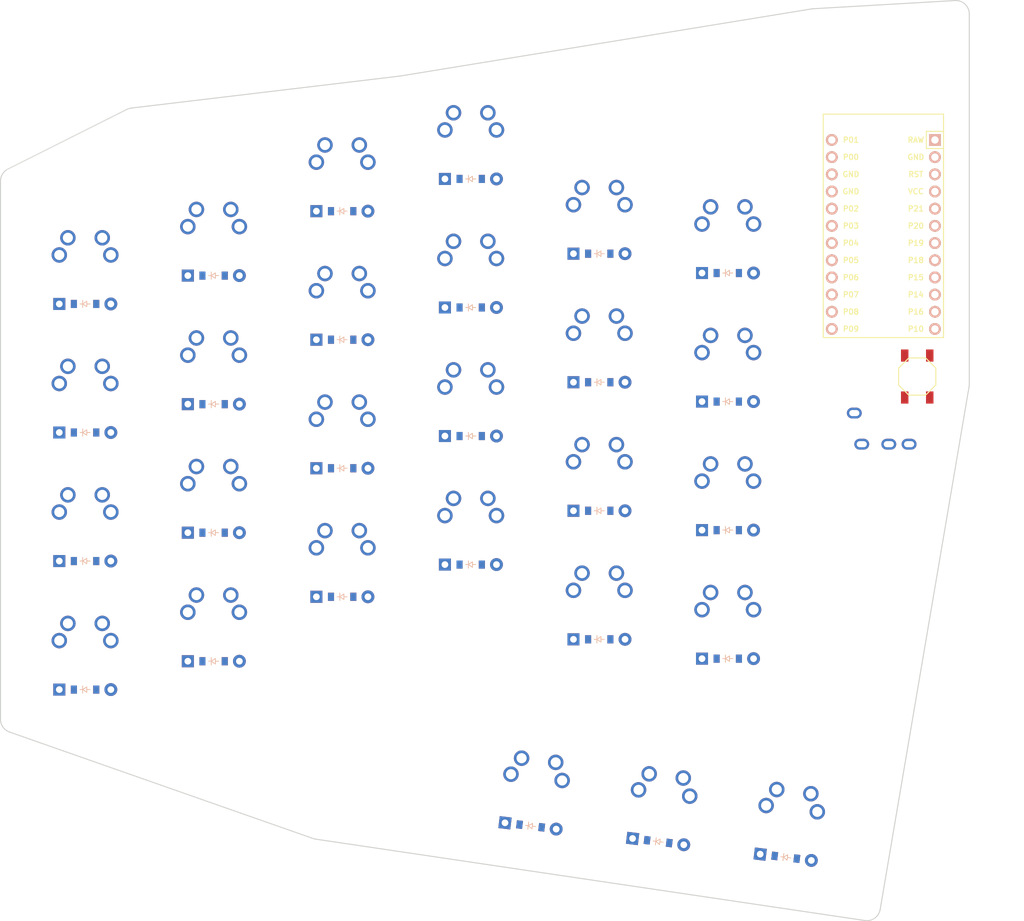
<source format=kicad_pcb>

            
(kicad_pcb (version 20171130) (host pcbnew 5.1.6)

  (page A3)
  (title_block
    (title pleiades_l)
    (rev v1.0.0)
    (company Unknown)
  )

  (general
    (thickness 1.6)
  )

  (layers
    (0 F.Cu signal)
    (31 B.Cu signal)
    (32 B.Adhes user)
    (33 F.Adhes user)
    (34 B.Paste user)
    (35 F.Paste user)
    (36 B.SilkS user)
    (37 F.SilkS user)
    (38 B.Mask user)
    (39 F.Mask user)
    (40 Dwgs.User user)
    (41 Cmts.User user)
    (42 Eco1.User user)
    (43 Eco2.User user)
    (44 Edge.Cuts user)
    (45 Margin user)
    (46 B.CrtYd user)
    (47 F.CrtYd user)
    (48 B.Fab user)
    (49 F.Fab user)
  )

  (setup
    (last_trace_width 0.25)
    (trace_clearance 0.2)
    (zone_clearance 0.508)
    (zone_45_only no)
    (trace_min 0.2)
    (via_size 0.8)
    (via_drill 0.4)
    (via_min_size 0.4)
    (via_min_drill 0.3)
    (uvia_size 0.3)
    (uvia_drill 0.1)
    (uvias_allowed no)
    (uvia_min_size 0.2)
    (uvia_min_drill 0.1)
    (edge_width 0.05)
    (segment_width 0.2)
    (pcb_text_width 0.3)
    (pcb_text_size 1.5 1.5)
    (mod_edge_width 0.12)
    (mod_text_size 1 1)
    (mod_text_width 0.15)
    (pad_size 1.524 1.524)
    (pad_drill 0.762)
    (pad_to_mask_clearance 0.05)
    (aux_axis_origin 0 0)
    (visible_elements FFFFFF7F)
    (pcbplotparams
      (layerselection 0x010fc_ffffffff)
      (usegerberextensions false)
      (usegerberattributes true)
      (usegerberadvancedattributes true)
      (creategerberjobfile true)
      (excludeedgelayer true)
      (linewidth 0.100000)
      (plotframeref false)
      (viasonmask false)
      (mode 1)
      (useauxorigin false)
      (hpglpennumber 1)
      (hpglpenspeed 20)
      (hpglpendiameter 15.000000)
      (psnegative false)
      (psa4output false)
      (plotreference true)
      (plotvalue true)
      (plotinvisibletext false)
      (padsonsilk false)
      (subtractmaskfromsilk false)
      (outputformat 1)
      (mirror false)
      (drillshape 1)
      (scaleselection 1)
      (outputdirectory ""))
  )

            (net 0 "")
(net 1 "P2")
(net 2 "inner_bot")
(net 3 "inner_mid")
(net 4 "inner_top")
(net 5 "inner_num")
(net 6 "P3")
(net 7 "pinky_bot")
(net 8 "pinky_mid")
(net 9 "pinky_top")
(net 10 "pinky_num")
(net 11 "P4")
(net 12 "ring_bot")
(net 13 "ring_mid")
(net 14 "ring_top")
(net 15 "ring_num")
(net 16 "P5")
(net 17 "middle_bot")
(net 18 "middle_mid")
(net 19 "middle_top")
(net 20 "middle_num")
(net 21 "P6")
(net 22 "point_bot")
(net 23 "point_mid")
(net 24 "point_top")
(net 25 "point_num")
(net 26 "P7")
(net 27 "pointfar_bot")
(net 28 "pointfar_mid")
(net 29 "pointfar_top")
(net 30 "pointfar_num")
(net 31 "alt_main")
(net 32 "mod_main")
(net 33 "space_main")
(net 34 "RAW")
(net 35 "GND")
(net 36 "RST")
(net 37 "VCC")
(net 38 "P21")
(net 39 "P20")
(net 40 "P19")
(net 41 "P18")
(net 42 "P15")
(net 43 "P14")
(net 44 "P16")
(net 45 "P10")
(net 46 "P1")
(net 47 "P0")
(net 48 "P8")
(net 49 "P9")
            
  (net_class Default "This is the default net class."
    (clearance 0.2)
    (trace_width 0.25)
    (via_dia 0.8)
    (via_drill 0.4)
    (uvia_dia 0.3)
    (uvia_drill 0.1)
    (add_net "")
(add_net "P2")
(add_net "inner_bot")
(add_net "inner_mid")
(add_net "inner_top")
(add_net "inner_num")
(add_net "P3")
(add_net "pinky_bot")
(add_net "pinky_mid")
(add_net "pinky_top")
(add_net "pinky_num")
(add_net "P4")
(add_net "ring_bot")
(add_net "ring_mid")
(add_net "ring_top")
(add_net "ring_num")
(add_net "P5")
(add_net "middle_bot")
(add_net "middle_mid")
(add_net "middle_top")
(add_net "middle_num")
(add_net "P6")
(add_net "point_bot")
(add_net "point_mid")
(add_net "point_top")
(add_net "point_num")
(add_net "P7")
(add_net "pointfar_bot")
(add_net "pointfar_mid")
(add_net "pointfar_top")
(add_net "pointfar_num")
(add_net "alt_main")
(add_net "mod_main")
(add_net "space_main")
(add_net "RAW")
(add_net "GND")
(add_net "RST")
(add_net "VCC")
(add_net "P21")
(add_net "P20")
(add_net "P19")
(add_net "P18")
(add_net "P15")
(add_net "P14")
(add_net "P16")
(add_net "P10")
(add_net "P1")
(add_net "P0")
(add_net "P8")
(add_net "P9")
  )

            
        
      (module MX (layer F.Cu) (tedit 5DD4F656)
      (at 0 2.8575 0)

      
      (fp_text reference "S1" (at 0 0) (layer F.SilkS) hide (effects (font (size 1.27 1.27) (thickness 0.15))))
      (fp_text value "" (at 0 0) (layer F.SilkS) hide (effects (font (size 1.27 1.27) (thickness 0.15))))

      
      (fp_line (start -7 -6) (end -7 -7) (layer Dwgs.User) (width 0.15))
      (fp_line (start -7 7) (end -6 7) (layer Dwgs.User) (width 0.15))
      (fp_line (start -6 -7) (end -7 -7) (layer Dwgs.User) (width 0.15))
      (fp_line (start -7 7) (end -7 6) (layer Dwgs.User) (width 0.15))
      (fp_line (start 7 6) (end 7 7) (layer Dwgs.User) (width 0.15))
      (fp_line (start 7 -7) (end 6 -7) (layer Dwgs.User) (width 0.15))
      (fp_line (start 6 7) (end 7 7) (layer Dwgs.User) (width 0.15))
      (fp_line (start 7 -7) (end 7 -6) (layer Dwgs.User) (width 0.15))
    
      
      (pad "" np_thru_hole circle (at 0 0) (size 3.9878 3.9878) (drill 3.9878) (layers *.Cu *.Mask))

      
      (pad "" np_thru_hole circle (at 5.08 0) (size 1.7018 1.7018) (drill 1.7018) (layers *.Cu *.Mask))
      (pad "" np_thru_hole circle (at -5.08 0) (size 1.7018 1.7018) (drill 1.7018) (layers *.Cu *.Mask))
      
        
      
      (fp_line (start -9.5 -9.5) (end 9.5 -9.5) (layer Dwgs.User) (width 0.15))
      (fp_line (start 9.5 -9.5) (end 9.5 9.5) (layer Dwgs.User) (width 0.15))
      (fp_line (start 9.5 9.5) (end -9.5 9.5) (layer Dwgs.User) (width 0.15))
      (fp_line (start -9.5 9.5) (end -9.5 -9.5) (layer Dwgs.User) (width 0.15))
      
        
            
            (pad 1 thru_hole circle (at 2.54 -5.08) (size 2.286 2.286) (drill 1.4986) (layers *.Cu *.Mask) (net 1 "P2"))
            (pad 2 thru_hole circle (at -3.81 -2.54) (size 2.286 2.286) (drill 1.4986) (layers *.Cu *.Mask) (net 2 "inner_bot"))
          
        
            
            (pad 1 thru_hole circle (at -2.54 -5.08) (size 2.286 2.286) (drill 1.4986) (layers *.Cu *.Mask) (net 1 "P2"))
            (pad 2 thru_hole circle (at 3.81 -2.54) (size 2.286 2.286) (drill 1.4986) (layers *.Cu *.Mask) (net 2 "inner_bot"))
          )
        

        
      (module MX (layer F.Cu) (tedit 5DD4F656)
      (at 0 -16.1425 0)

      
      (fp_text reference "S2" (at 0 0) (layer F.SilkS) hide (effects (font (size 1.27 1.27) (thickness 0.15))))
      (fp_text value "" (at 0 0) (layer F.SilkS) hide (effects (font (size 1.27 1.27) (thickness 0.15))))

      
      (fp_line (start -7 -6) (end -7 -7) (layer Dwgs.User) (width 0.15))
      (fp_line (start -7 7) (end -6 7) (layer Dwgs.User) (width 0.15))
      (fp_line (start -6 -7) (end -7 -7) (layer Dwgs.User) (width 0.15))
      (fp_line (start -7 7) (end -7 6) (layer Dwgs.User) (width 0.15))
      (fp_line (start 7 6) (end 7 7) (layer Dwgs.User) (width 0.15))
      (fp_line (start 7 -7) (end 6 -7) (layer Dwgs.User) (width 0.15))
      (fp_line (start 6 7) (end 7 7) (layer Dwgs.User) (width 0.15))
      (fp_line (start 7 -7) (end 7 -6) (layer Dwgs.User) (width 0.15))
    
      
      (pad "" np_thru_hole circle (at 0 0) (size 3.9878 3.9878) (drill 3.9878) (layers *.Cu *.Mask))

      
      (pad "" np_thru_hole circle (at 5.08 0) (size 1.7018 1.7018) (drill 1.7018) (layers *.Cu *.Mask))
      (pad "" np_thru_hole circle (at -5.08 0) (size 1.7018 1.7018) (drill 1.7018) (layers *.Cu *.Mask))
      
        
      
      (fp_line (start -9.5 -9.5) (end 9.5 -9.5) (layer Dwgs.User) (width 0.15))
      (fp_line (start 9.5 -9.5) (end 9.5 9.5) (layer Dwgs.User) (width 0.15))
      (fp_line (start 9.5 9.5) (end -9.5 9.5) (layer Dwgs.User) (width 0.15))
      (fp_line (start -9.5 9.5) (end -9.5 -9.5) (layer Dwgs.User) (width 0.15))
      
        
            
            (pad 1 thru_hole circle (at 2.54 -5.08) (size 2.286 2.286) (drill 1.4986) (layers *.Cu *.Mask) (net 1 "P2"))
            (pad 2 thru_hole circle (at -3.81 -2.54) (size 2.286 2.286) (drill 1.4986) (layers *.Cu *.Mask) (net 3 "inner_mid"))
          
        
            
            (pad 1 thru_hole circle (at -2.54 -5.08) (size 2.286 2.286) (drill 1.4986) (layers *.Cu *.Mask) (net 1 "P2"))
            (pad 2 thru_hole circle (at 3.81 -2.54) (size 2.286 2.286) (drill 1.4986) (layers *.Cu *.Mask) (net 3 "inner_mid"))
          )
        

        
      (module MX (layer F.Cu) (tedit 5DD4F656)
      (at 0 -35.1425 0)

      
      (fp_text reference "S3" (at 0 0) (layer F.SilkS) hide (effects (font (size 1.27 1.27) (thickness 0.15))))
      (fp_text value "" (at 0 0) (layer F.SilkS) hide (effects (font (size 1.27 1.27) (thickness 0.15))))

      
      (fp_line (start -7 -6) (end -7 -7) (layer Dwgs.User) (width 0.15))
      (fp_line (start -7 7) (end -6 7) (layer Dwgs.User) (width 0.15))
      (fp_line (start -6 -7) (end -7 -7) (layer Dwgs.User) (width 0.15))
      (fp_line (start -7 7) (end -7 6) (layer Dwgs.User) (width 0.15))
      (fp_line (start 7 6) (end 7 7) (layer Dwgs.User) (width 0.15))
      (fp_line (start 7 -7) (end 6 -7) (layer Dwgs.User) (width 0.15))
      (fp_line (start 6 7) (end 7 7) (layer Dwgs.User) (width 0.15))
      (fp_line (start 7 -7) (end 7 -6) (layer Dwgs.User) (width 0.15))
    
      
      (pad "" np_thru_hole circle (at 0 0) (size 3.9878 3.9878) (drill 3.9878) (layers *.Cu *.Mask))

      
      (pad "" np_thru_hole circle (at 5.08 0) (size 1.7018 1.7018) (drill 1.7018) (layers *.Cu *.Mask))
      (pad "" np_thru_hole circle (at -5.08 0) (size 1.7018 1.7018) (drill 1.7018) (layers *.Cu *.Mask))
      
        
      
      (fp_line (start -9.5 -9.5) (end 9.5 -9.5) (layer Dwgs.User) (width 0.15))
      (fp_line (start 9.5 -9.5) (end 9.5 9.5) (layer Dwgs.User) (width 0.15))
      (fp_line (start 9.5 9.5) (end -9.5 9.5) (layer Dwgs.User) (width 0.15))
      (fp_line (start -9.5 9.5) (end -9.5 -9.5) (layer Dwgs.User) (width 0.15))
      
        
            
            (pad 1 thru_hole circle (at 2.54 -5.08) (size 2.286 2.286) (drill 1.4986) (layers *.Cu *.Mask) (net 1 "P2"))
            (pad 2 thru_hole circle (at -3.81 -2.54) (size 2.286 2.286) (drill 1.4986) (layers *.Cu *.Mask) (net 4 "inner_top"))
          
        
            
            (pad 1 thru_hole circle (at -2.54 -5.08) (size 2.286 2.286) (drill 1.4986) (layers *.Cu *.Mask) (net 1 "P2"))
            (pad 2 thru_hole circle (at 3.81 -2.54) (size 2.286 2.286) (drill 1.4986) (layers *.Cu *.Mask) (net 4 "inner_top"))
          )
        

        
      (module MX (layer F.Cu) (tedit 5DD4F656)
      (at 0 -54.1425 0)

      
      (fp_text reference "S4" (at 0 0) (layer F.SilkS) hide (effects (font (size 1.27 1.27) (thickness 0.15))))
      (fp_text value "" (at 0 0) (layer F.SilkS) hide (effects (font (size 1.27 1.27) (thickness 0.15))))

      
      (fp_line (start -7 -6) (end -7 -7) (layer Dwgs.User) (width 0.15))
      (fp_line (start -7 7) (end -6 7) (layer Dwgs.User) (width 0.15))
      (fp_line (start -6 -7) (end -7 -7) (layer Dwgs.User) (width 0.15))
      (fp_line (start -7 7) (end -7 6) (layer Dwgs.User) (width 0.15))
      (fp_line (start 7 6) (end 7 7) (layer Dwgs.User) (width 0.15))
      (fp_line (start 7 -7) (end 6 -7) (layer Dwgs.User) (width 0.15))
      (fp_line (start 6 7) (end 7 7) (layer Dwgs.User) (width 0.15))
      (fp_line (start 7 -7) (end 7 -6) (layer Dwgs.User) (width 0.15))
    
      
      (pad "" np_thru_hole circle (at 0 0) (size 3.9878 3.9878) (drill 3.9878) (layers *.Cu *.Mask))

      
      (pad "" np_thru_hole circle (at 5.08 0) (size 1.7018 1.7018) (drill 1.7018) (layers *.Cu *.Mask))
      (pad "" np_thru_hole circle (at -5.08 0) (size 1.7018 1.7018) (drill 1.7018) (layers *.Cu *.Mask))
      
        
      
      (fp_line (start -9.5 -9.5) (end 9.5 -9.5) (layer Dwgs.User) (width 0.15))
      (fp_line (start 9.5 -9.5) (end 9.5 9.5) (layer Dwgs.User) (width 0.15))
      (fp_line (start 9.5 9.5) (end -9.5 9.5) (layer Dwgs.User) (width 0.15))
      (fp_line (start -9.5 9.5) (end -9.5 -9.5) (layer Dwgs.User) (width 0.15))
      
        
            
            (pad 1 thru_hole circle (at 2.54 -5.08) (size 2.286 2.286) (drill 1.4986) (layers *.Cu *.Mask) (net 1 "P2"))
            (pad 2 thru_hole circle (at -3.81 -2.54) (size 2.286 2.286) (drill 1.4986) (layers *.Cu *.Mask) (net 5 "inner_num"))
          
        
            
            (pad 1 thru_hole circle (at -2.54 -5.08) (size 2.286 2.286) (drill 1.4986) (layers *.Cu *.Mask) (net 1 "P2"))
            (pad 2 thru_hole circle (at 3.81 -2.54) (size 2.286 2.286) (drill 1.4986) (layers *.Cu *.Mask) (net 5 "inner_num"))
          )
        

        
      (module MX (layer F.Cu) (tedit 5DD4F656)
      (at 19 -1.3335 0)

      
      (fp_text reference "S5" (at 0 0) (layer F.SilkS) hide (effects (font (size 1.27 1.27) (thickness 0.15))))
      (fp_text value "" (at 0 0) (layer F.SilkS) hide (effects (font (size 1.27 1.27) (thickness 0.15))))

      
      (fp_line (start -7 -6) (end -7 -7) (layer Dwgs.User) (width 0.15))
      (fp_line (start -7 7) (end -6 7) (layer Dwgs.User) (width 0.15))
      (fp_line (start -6 -7) (end -7 -7) (layer Dwgs.User) (width 0.15))
      (fp_line (start -7 7) (end -7 6) (layer Dwgs.User) (width 0.15))
      (fp_line (start 7 6) (end 7 7) (layer Dwgs.User) (width 0.15))
      (fp_line (start 7 -7) (end 6 -7) (layer Dwgs.User) (width 0.15))
      (fp_line (start 6 7) (end 7 7) (layer Dwgs.User) (width 0.15))
      (fp_line (start 7 -7) (end 7 -6) (layer Dwgs.User) (width 0.15))
    
      
      (pad "" np_thru_hole circle (at 0 0) (size 3.9878 3.9878) (drill 3.9878) (layers *.Cu *.Mask))

      
      (pad "" np_thru_hole circle (at 5.08 0) (size 1.7018 1.7018) (drill 1.7018) (layers *.Cu *.Mask))
      (pad "" np_thru_hole circle (at -5.08 0) (size 1.7018 1.7018) (drill 1.7018) (layers *.Cu *.Mask))
      
        
      
      (fp_line (start -9.5 -9.5) (end 9.5 -9.5) (layer Dwgs.User) (width 0.15))
      (fp_line (start 9.5 -9.5) (end 9.5 9.5) (layer Dwgs.User) (width 0.15))
      (fp_line (start 9.5 9.5) (end -9.5 9.5) (layer Dwgs.User) (width 0.15))
      (fp_line (start -9.5 9.5) (end -9.5 -9.5) (layer Dwgs.User) (width 0.15))
      
        
            
            (pad 1 thru_hole circle (at 2.54 -5.08) (size 2.286 2.286) (drill 1.4986) (layers *.Cu *.Mask) (net 6 "P3"))
            (pad 2 thru_hole circle (at -3.81 -2.54) (size 2.286 2.286) (drill 1.4986) (layers *.Cu *.Mask) (net 7 "pinky_bot"))
          
        
            
            (pad 1 thru_hole circle (at -2.54 -5.08) (size 2.286 2.286) (drill 1.4986) (layers *.Cu *.Mask) (net 6 "P3"))
            (pad 2 thru_hole circle (at 3.81 -2.54) (size 2.286 2.286) (drill 1.4986) (layers *.Cu *.Mask) (net 7 "pinky_bot"))
          )
        

        
      (module MX (layer F.Cu) (tedit 5DD4F656)
      (at 19 -20.3335 0)

      
      (fp_text reference "S6" (at 0 0) (layer F.SilkS) hide (effects (font (size 1.27 1.27) (thickness 0.15))))
      (fp_text value "" (at 0 0) (layer F.SilkS) hide (effects (font (size 1.27 1.27) (thickness 0.15))))

      
      (fp_line (start -7 -6) (end -7 -7) (layer Dwgs.User) (width 0.15))
      (fp_line (start -7 7) (end -6 7) (layer Dwgs.User) (width 0.15))
      (fp_line (start -6 -7) (end -7 -7) (layer Dwgs.User) (width 0.15))
      (fp_line (start -7 7) (end -7 6) (layer Dwgs.User) (width 0.15))
      (fp_line (start 7 6) (end 7 7) (layer Dwgs.User) (width 0.15))
      (fp_line (start 7 -7) (end 6 -7) (layer Dwgs.User) (width 0.15))
      (fp_line (start 6 7) (end 7 7) (layer Dwgs.User) (width 0.15))
      (fp_line (start 7 -7) (end 7 -6) (layer Dwgs.User) (width 0.15))
    
      
      (pad "" np_thru_hole circle (at 0 0) (size 3.9878 3.9878) (drill 3.9878) (layers *.Cu *.Mask))

      
      (pad "" np_thru_hole circle (at 5.08 0) (size 1.7018 1.7018) (drill 1.7018) (layers *.Cu *.Mask))
      (pad "" np_thru_hole circle (at -5.08 0) (size 1.7018 1.7018) (drill 1.7018) (layers *.Cu *.Mask))
      
        
      
      (fp_line (start -9.5 -9.5) (end 9.5 -9.5) (layer Dwgs.User) (width 0.15))
      (fp_line (start 9.5 -9.5) (end 9.5 9.5) (layer Dwgs.User) (width 0.15))
      (fp_line (start 9.5 9.5) (end -9.5 9.5) (layer Dwgs.User) (width 0.15))
      (fp_line (start -9.5 9.5) (end -9.5 -9.5) (layer Dwgs.User) (width 0.15))
      
        
            
            (pad 1 thru_hole circle (at 2.54 -5.08) (size 2.286 2.286) (drill 1.4986) (layers *.Cu *.Mask) (net 6 "P3"))
            (pad 2 thru_hole circle (at -3.81 -2.54) (size 2.286 2.286) (drill 1.4986) (layers *.Cu *.Mask) (net 8 "pinky_mid"))
          
        
            
            (pad 1 thru_hole circle (at -2.54 -5.08) (size 2.286 2.286) (drill 1.4986) (layers *.Cu *.Mask) (net 6 "P3"))
            (pad 2 thru_hole circle (at 3.81 -2.54) (size 2.286 2.286) (drill 1.4986) (layers *.Cu *.Mask) (net 8 "pinky_mid"))
          )
        

        
      (module MX (layer F.Cu) (tedit 5DD4F656)
      (at 19 -39.3335 0)

      
      (fp_text reference "S7" (at 0 0) (layer F.SilkS) hide (effects (font (size 1.27 1.27) (thickness 0.15))))
      (fp_text value "" (at 0 0) (layer F.SilkS) hide (effects (font (size 1.27 1.27) (thickness 0.15))))

      
      (fp_line (start -7 -6) (end -7 -7) (layer Dwgs.User) (width 0.15))
      (fp_line (start -7 7) (end -6 7) (layer Dwgs.User) (width 0.15))
      (fp_line (start -6 -7) (end -7 -7) (layer Dwgs.User) (width 0.15))
      (fp_line (start -7 7) (end -7 6) (layer Dwgs.User) (width 0.15))
      (fp_line (start 7 6) (end 7 7) (layer Dwgs.User) (width 0.15))
      (fp_line (start 7 -7) (end 6 -7) (layer Dwgs.User) (width 0.15))
      (fp_line (start 6 7) (end 7 7) (layer Dwgs.User) (width 0.15))
      (fp_line (start 7 -7) (end 7 -6) (layer Dwgs.User) (width 0.15))
    
      
      (pad "" np_thru_hole circle (at 0 0) (size 3.9878 3.9878) (drill 3.9878) (layers *.Cu *.Mask))

      
      (pad "" np_thru_hole circle (at 5.08 0) (size 1.7018 1.7018) (drill 1.7018) (layers *.Cu *.Mask))
      (pad "" np_thru_hole circle (at -5.08 0) (size 1.7018 1.7018) (drill 1.7018) (layers *.Cu *.Mask))
      
        
      
      (fp_line (start -9.5 -9.5) (end 9.5 -9.5) (layer Dwgs.User) (width 0.15))
      (fp_line (start 9.5 -9.5) (end 9.5 9.5) (layer Dwgs.User) (width 0.15))
      (fp_line (start 9.5 9.5) (end -9.5 9.5) (layer Dwgs.User) (width 0.15))
      (fp_line (start -9.5 9.5) (end -9.5 -9.5) (layer Dwgs.User) (width 0.15))
      
        
            
            (pad 1 thru_hole circle (at 2.54 -5.08) (size 2.286 2.286) (drill 1.4986) (layers *.Cu *.Mask) (net 6 "P3"))
            (pad 2 thru_hole circle (at -3.81 -2.54) (size 2.286 2.286) (drill 1.4986) (layers *.Cu *.Mask) (net 9 "pinky_top"))
          
        
            
            (pad 1 thru_hole circle (at -2.54 -5.08) (size 2.286 2.286) (drill 1.4986) (layers *.Cu *.Mask) (net 6 "P3"))
            (pad 2 thru_hole circle (at 3.81 -2.54) (size 2.286 2.286) (drill 1.4986) (layers *.Cu *.Mask) (net 9 "pinky_top"))
          )
        

        
      (module MX (layer F.Cu) (tedit 5DD4F656)
      (at 19 -58.3335 0)

      
      (fp_text reference "S8" (at 0 0) (layer F.SilkS) hide (effects (font (size 1.27 1.27) (thickness 0.15))))
      (fp_text value "" (at 0 0) (layer F.SilkS) hide (effects (font (size 1.27 1.27) (thickness 0.15))))

      
      (fp_line (start -7 -6) (end -7 -7) (layer Dwgs.User) (width 0.15))
      (fp_line (start -7 7) (end -6 7) (layer Dwgs.User) (width 0.15))
      (fp_line (start -6 -7) (end -7 -7) (layer Dwgs.User) (width 0.15))
      (fp_line (start -7 7) (end -7 6) (layer Dwgs.User) (width 0.15))
      (fp_line (start 7 6) (end 7 7) (layer Dwgs.User) (width 0.15))
      (fp_line (start 7 -7) (end 6 -7) (layer Dwgs.User) (width 0.15))
      (fp_line (start 6 7) (end 7 7) (layer Dwgs.User) (width 0.15))
      (fp_line (start 7 -7) (end 7 -6) (layer Dwgs.User) (width 0.15))
    
      
      (pad "" np_thru_hole circle (at 0 0) (size 3.9878 3.9878) (drill 3.9878) (layers *.Cu *.Mask))

      
      (pad "" np_thru_hole circle (at 5.08 0) (size 1.7018 1.7018) (drill 1.7018) (layers *.Cu *.Mask))
      (pad "" np_thru_hole circle (at -5.08 0) (size 1.7018 1.7018) (drill 1.7018) (layers *.Cu *.Mask))
      
        
      
      (fp_line (start -9.5 -9.5) (end 9.5 -9.5) (layer Dwgs.User) (width 0.15))
      (fp_line (start 9.5 -9.5) (end 9.5 9.5) (layer Dwgs.User) (width 0.15))
      (fp_line (start 9.5 9.5) (end -9.5 9.5) (layer Dwgs.User) (width 0.15))
      (fp_line (start -9.5 9.5) (end -9.5 -9.5) (layer Dwgs.User) (width 0.15))
      
        
            
            (pad 1 thru_hole circle (at 2.54 -5.08) (size 2.286 2.286) (drill 1.4986) (layers *.Cu *.Mask) (net 6 "P3"))
            (pad 2 thru_hole circle (at -3.81 -2.54) (size 2.286 2.286) (drill 1.4986) (layers *.Cu *.Mask) (net 10 "pinky_num"))
          
        
            
            (pad 1 thru_hole circle (at -2.54 -5.08) (size 2.286 2.286) (drill 1.4986) (layers *.Cu *.Mask) (net 6 "P3"))
            (pad 2 thru_hole circle (at 3.81 -2.54) (size 2.286 2.286) (drill 1.4986) (layers *.Cu *.Mask) (net 10 "pinky_num"))
          )
        

        
      (module MX (layer F.Cu) (tedit 5DD4F656)
      (at 38 -10.8585 0)

      
      (fp_text reference "S9" (at 0 0) (layer F.SilkS) hide (effects (font (size 1.27 1.27) (thickness 0.15))))
      (fp_text value "" (at 0 0) (layer F.SilkS) hide (effects (font (size 1.27 1.27) (thickness 0.15))))

      
      (fp_line (start -7 -6) (end -7 -7) (layer Dwgs.User) (width 0.15))
      (fp_line (start -7 7) (end -6 7) (layer Dwgs.User) (width 0.15))
      (fp_line (start -6 -7) (end -7 -7) (layer Dwgs.User) (width 0.15))
      (fp_line (start -7 7) (end -7 6) (layer Dwgs.User) (width 0.15))
      (fp_line (start 7 6) (end 7 7) (layer Dwgs.User) (width 0.15))
      (fp_line (start 7 -7) (end 6 -7) (layer Dwgs.User) (width 0.15))
      (fp_line (start 6 7) (end 7 7) (layer Dwgs.User) (width 0.15))
      (fp_line (start 7 -7) (end 7 -6) (layer Dwgs.User) (width 0.15))
    
      
      (pad "" np_thru_hole circle (at 0 0) (size 3.9878 3.9878) (drill 3.9878) (layers *.Cu *.Mask))

      
      (pad "" np_thru_hole circle (at 5.08 0) (size 1.7018 1.7018) (drill 1.7018) (layers *.Cu *.Mask))
      (pad "" np_thru_hole circle (at -5.08 0) (size 1.7018 1.7018) (drill 1.7018) (layers *.Cu *.Mask))
      
        
      
      (fp_line (start -9.5 -9.5) (end 9.5 -9.5) (layer Dwgs.User) (width 0.15))
      (fp_line (start 9.5 -9.5) (end 9.5 9.5) (layer Dwgs.User) (width 0.15))
      (fp_line (start 9.5 9.5) (end -9.5 9.5) (layer Dwgs.User) (width 0.15))
      (fp_line (start -9.5 9.5) (end -9.5 -9.5) (layer Dwgs.User) (width 0.15))
      
        
            
            (pad 1 thru_hole circle (at 2.54 -5.08) (size 2.286 2.286) (drill 1.4986) (layers *.Cu *.Mask) (net 11 "P4"))
            (pad 2 thru_hole circle (at -3.81 -2.54) (size 2.286 2.286) (drill 1.4986) (layers *.Cu *.Mask) (net 12 "ring_bot"))
          
        
            
            (pad 1 thru_hole circle (at -2.54 -5.08) (size 2.286 2.286) (drill 1.4986) (layers *.Cu *.Mask) (net 11 "P4"))
            (pad 2 thru_hole circle (at 3.81 -2.54) (size 2.286 2.286) (drill 1.4986) (layers *.Cu *.Mask) (net 12 "ring_bot"))
          )
        

        
      (module MX (layer F.Cu) (tedit 5DD4F656)
      (at 38 -29.8585 0)

      
      (fp_text reference "S10" (at 0 0) (layer F.SilkS) hide (effects (font (size 1.27 1.27) (thickness 0.15))))
      (fp_text value "" (at 0 0) (layer F.SilkS) hide (effects (font (size 1.27 1.27) (thickness 0.15))))

      
      (fp_line (start -7 -6) (end -7 -7) (layer Dwgs.User) (width 0.15))
      (fp_line (start -7 7) (end -6 7) (layer Dwgs.User) (width 0.15))
      (fp_line (start -6 -7) (end -7 -7) (layer Dwgs.User) (width 0.15))
      (fp_line (start -7 7) (end -7 6) (layer Dwgs.User) (width 0.15))
      (fp_line (start 7 6) (end 7 7) (layer Dwgs.User) (width 0.15))
      (fp_line (start 7 -7) (end 6 -7) (layer Dwgs.User) (width 0.15))
      (fp_line (start 6 7) (end 7 7) (layer Dwgs.User) (width 0.15))
      (fp_line (start 7 -7) (end 7 -6) (layer Dwgs.User) (width 0.15))
    
      
      (pad "" np_thru_hole circle (at 0 0) (size 3.9878 3.9878) (drill 3.9878) (layers *.Cu *.Mask))

      
      (pad "" np_thru_hole circle (at 5.08 0) (size 1.7018 1.7018) (drill 1.7018) (layers *.Cu *.Mask))
      (pad "" np_thru_hole circle (at -5.08 0) (size 1.7018 1.7018) (drill 1.7018) (layers *.Cu *.Mask))
      
        
      
      (fp_line (start -9.5 -9.5) (end 9.5 -9.5) (layer Dwgs.User) (width 0.15))
      (fp_line (start 9.5 -9.5) (end 9.5 9.5) (layer Dwgs.User) (width 0.15))
      (fp_line (start 9.5 9.5) (end -9.5 9.5) (layer Dwgs.User) (width 0.15))
      (fp_line (start -9.5 9.5) (end -9.5 -9.5) (layer Dwgs.User) (width 0.15))
      
        
            
            (pad 1 thru_hole circle (at 2.54 -5.08) (size 2.286 2.286) (drill 1.4986) (layers *.Cu *.Mask) (net 11 "P4"))
            (pad 2 thru_hole circle (at -3.81 -2.54) (size 2.286 2.286) (drill 1.4986) (layers *.Cu *.Mask) (net 13 "ring_mid"))
          
        
            
            (pad 1 thru_hole circle (at -2.54 -5.08) (size 2.286 2.286) (drill 1.4986) (layers *.Cu *.Mask) (net 11 "P4"))
            (pad 2 thru_hole circle (at 3.81 -2.54) (size 2.286 2.286) (drill 1.4986) (layers *.Cu *.Mask) (net 13 "ring_mid"))
          )
        

        
      (module MX (layer F.Cu) (tedit 5DD4F656)
      (at 38 -48.8585 0)

      
      (fp_text reference "S11" (at 0 0) (layer F.SilkS) hide (effects (font (size 1.27 1.27) (thickness 0.15))))
      (fp_text value "" (at 0 0) (layer F.SilkS) hide (effects (font (size 1.27 1.27) (thickness 0.15))))

      
      (fp_line (start -7 -6) (end -7 -7) (layer Dwgs.User) (width 0.15))
      (fp_line (start -7 7) (end -6 7) (layer Dwgs.User) (width 0.15))
      (fp_line (start -6 -7) (end -7 -7) (layer Dwgs.User) (width 0.15))
      (fp_line (start -7 7) (end -7 6) (layer Dwgs.User) (width 0.15))
      (fp_line (start 7 6) (end 7 7) (layer Dwgs.User) (width 0.15))
      (fp_line (start 7 -7) (end 6 -7) (layer Dwgs.User) (width 0.15))
      (fp_line (start 6 7) (end 7 7) (layer Dwgs.User) (width 0.15))
      (fp_line (start 7 -7) (end 7 -6) (layer Dwgs.User) (width 0.15))
    
      
      (pad "" np_thru_hole circle (at 0 0) (size 3.9878 3.9878) (drill 3.9878) (layers *.Cu *.Mask))

      
      (pad "" np_thru_hole circle (at 5.08 0) (size 1.7018 1.7018) (drill 1.7018) (layers *.Cu *.Mask))
      (pad "" np_thru_hole circle (at -5.08 0) (size 1.7018 1.7018) (drill 1.7018) (layers *.Cu *.Mask))
      
        
      
      (fp_line (start -9.5 -9.5) (end 9.5 -9.5) (layer Dwgs.User) (width 0.15))
      (fp_line (start 9.5 -9.5) (end 9.5 9.5) (layer Dwgs.User) (width 0.15))
      (fp_line (start 9.5 9.5) (end -9.5 9.5) (layer Dwgs.User) (width 0.15))
      (fp_line (start -9.5 9.5) (end -9.5 -9.5) (layer Dwgs.User) (width 0.15))
      
        
            
            (pad 1 thru_hole circle (at 2.54 -5.08) (size 2.286 2.286) (drill 1.4986) (layers *.Cu *.Mask) (net 11 "P4"))
            (pad 2 thru_hole circle (at -3.81 -2.54) (size 2.286 2.286) (drill 1.4986) (layers *.Cu *.Mask) (net 14 "ring_top"))
          
        
            
            (pad 1 thru_hole circle (at -2.54 -5.08) (size 2.286 2.286) (drill 1.4986) (layers *.Cu *.Mask) (net 11 "P4"))
            (pad 2 thru_hole circle (at 3.81 -2.54) (size 2.286 2.286) (drill 1.4986) (layers *.Cu *.Mask) (net 14 "ring_top"))
          )
        

        
      (module MX (layer F.Cu) (tedit 5DD4F656)
      (at 38 -67.85849999999999 0)

      
      (fp_text reference "S12" (at 0 0) (layer F.SilkS) hide (effects (font (size 1.27 1.27) (thickness 0.15))))
      (fp_text value "" (at 0 0) (layer F.SilkS) hide (effects (font (size 1.27 1.27) (thickness 0.15))))

      
      (fp_line (start -7 -6) (end -7 -7) (layer Dwgs.User) (width 0.15))
      (fp_line (start -7 7) (end -6 7) (layer Dwgs.User) (width 0.15))
      (fp_line (start -6 -7) (end -7 -7) (layer Dwgs.User) (width 0.15))
      (fp_line (start -7 7) (end -7 6) (layer Dwgs.User) (width 0.15))
      (fp_line (start 7 6) (end 7 7) (layer Dwgs.User) (width 0.15))
      (fp_line (start 7 -7) (end 6 -7) (layer Dwgs.User) (width 0.15))
      (fp_line (start 6 7) (end 7 7) (layer Dwgs.User) (width 0.15))
      (fp_line (start 7 -7) (end 7 -6) (layer Dwgs.User) (width 0.15))
    
      
      (pad "" np_thru_hole circle (at 0 0) (size 3.9878 3.9878) (drill 3.9878) (layers *.Cu *.Mask))

      
      (pad "" np_thru_hole circle (at 5.08 0) (size 1.7018 1.7018) (drill 1.7018) (layers *.Cu *.Mask))
      (pad "" np_thru_hole circle (at -5.08 0) (size 1.7018 1.7018) (drill 1.7018) (layers *.Cu *.Mask))
      
        
      
      (fp_line (start -9.5 -9.5) (end 9.5 -9.5) (layer Dwgs.User) (width 0.15))
      (fp_line (start 9.5 -9.5) (end 9.5 9.5) (layer Dwgs.User) (width 0.15))
      (fp_line (start 9.5 9.5) (end -9.5 9.5) (layer Dwgs.User) (width 0.15))
      (fp_line (start -9.5 9.5) (end -9.5 -9.5) (layer Dwgs.User) (width 0.15))
      
        
            
            (pad 1 thru_hole circle (at 2.54 -5.08) (size 2.286 2.286) (drill 1.4986) (layers *.Cu *.Mask) (net 11 "P4"))
            (pad 2 thru_hole circle (at -3.81 -2.54) (size 2.286 2.286) (drill 1.4986) (layers *.Cu *.Mask) (net 15 "ring_num"))
          
        
            
            (pad 1 thru_hole circle (at -2.54 -5.08) (size 2.286 2.286) (drill 1.4986) (layers *.Cu *.Mask) (net 11 "P4"))
            (pad 2 thru_hole circle (at 3.81 -2.54) (size 2.286 2.286) (drill 1.4986) (layers *.Cu *.Mask) (net 15 "ring_num"))
          )
        

        
      (module MX (layer F.Cu) (tedit 5DD4F656)
      (at 57 -15.621 0)

      
      (fp_text reference "S13" (at 0 0) (layer F.SilkS) hide (effects (font (size 1.27 1.27) (thickness 0.15))))
      (fp_text value "" (at 0 0) (layer F.SilkS) hide (effects (font (size 1.27 1.27) (thickness 0.15))))

      
      (fp_line (start -7 -6) (end -7 -7) (layer Dwgs.User) (width 0.15))
      (fp_line (start -7 7) (end -6 7) (layer Dwgs.User) (width 0.15))
      (fp_line (start -6 -7) (end -7 -7) (layer Dwgs.User) (width 0.15))
      (fp_line (start -7 7) (end -7 6) (layer Dwgs.User) (width 0.15))
      (fp_line (start 7 6) (end 7 7) (layer Dwgs.User) (width 0.15))
      (fp_line (start 7 -7) (end 6 -7) (layer Dwgs.User) (width 0.15))
      (fp_line (start 6 7) (end 7 7) (layer Dwgs.User) (width 0.15))
      (fp_line (start 7 -7) (end 7 -6) (layer Dwgs.User) (width 0.15))
    
      
      (pad "" np_thru_hole circle (at 0 0) (size 3.9878 3.9878) (drill 3.9878) (layers *.Cu *.Mask))

      
      (pad "" np_thru_hole circle (at 5.08 0) (size 1.7018 1.7018) (drill 1.7018) (layers *.Cu *.Mask))
      (pad "" np_thru_hole circle (at -5.08 0) (size 1.7018 1.7018) (drill 1.7018) (layers *.Cu *.Mask))
      
        
      
      (fp_line (start -9.5 -9.5) (end 9.5 -9.5) (layer Dwgs.User) (width 0.15))
      (fp_line (start 9.5 -9.5) (end 9.5 9.5) (layer Dwgs.User) (width 0.15))
      (fp_line (start 9.5 9.5) (end -9.5 9.5) (layer Dwgs.User) (width 0.15))
      (fp_line (start -9.5 9.5) (end -9.5 -9.5) (layer Dwgs.User) (width 0.15))
      
        
            
            (pad 1 thru_hole circle (at 2.54 -5.08) (size 2.286 2.286) (drill 1.4986) (layers *.Cu *.Mask) (net 16 "P5"))
            (pad 2 thru_hole circle (at -3.81 -2.54) (size 2.286 2.286) (drill 1.4986) (layers *.Cu *.Mask) (net 17 "middle_bot"))
          
        
            
            (pad 1 thru_hole circle (at -2.54 -5.08) (size 2.286 2.286) (drill 1.4986) (layers *.Cu *.Mask) (net 16 "P5"))
            (pad 2 thru_hole circle (at 3.81 -2.54) (size 2.286 2.286) (drill 1.4986) (layers *.Cu *.Mask) (net 17 "middle_bot"))
          )
        

        
      (module MX (layer F.Cu) (tedit 5DD4F656)
      (at 57 -34.621 0)

      
      (fp_text reference "S14" (at 0 0) (layer F.SilkS) hide (effects (font (size 1.27 1.27) (thickness 0.15))))
      (fp_text value "" (at 0 0) (layer F.SilkS) hide (effects (font (size 1.27 1.27) (thickness 0.15))))

      
      (fp_line (start -7 -6) (end -7 -7) (layer Dwgs.User) (width 0.15))
      (fp_line (start -7 7) (end -6 7) (layer Dwgs.User) (width 0.15))
      (fp_line (start -6 -7) (end -7 -7) (layer Dwgs.User) (width 0.15))
      (fp_line (start -7 7) (end -7 6) (layer Dwgs.User) (width 0.15))
      (fp_line (start 7 6) (end 7 7) (layer Dwgs.User) (width 0.15))
      (fp_line (start 7 -7) (end 6 -7) (layer Dwgs.User) (width 0.15))
      (fp_line (start 6 7) (end 7 7) (layer Dwgs.User) (width 0.15))
      (fp_line (start 7 -7) (end 7 -6) (layer Dwgs.User) (width 0.15))
    
      
      (pad "" np_thru_hole circle (at 0 0) (size 3.9878 3.9878) (drill 3.9878) (layers *.Cu *.Mask))

      
      (pad "" np_thru_hole circle (at 5.08 0) (size 1.7018 1.7018) (drill 1.7018) (layers *.Cu *.Mask))
      (pad "" np_thru_hole circle (at -5.08 0) (size 1.7018 1.7018) (drill 1.7018) (layers *.Cu *.Mask))
      
        
      
      (fp_line (start -9.5 -9.5) (end 9.5 -9.5) (layer Dwgs.User) (width 0.15))
      (fp_line (start 9.5 -9.5) (end 9.5 9.5) (layer Dwgs.User) (width 0.15))
      (fp_line (start 9.5 9.5) (end -9.5 9.5) (layer Dwgs.User) (width 0.15))
      (fp_line (start -9.5 9.5) (end -9.5 -9.5) (layer Dwgs.User) (width 0.15))
      
        
            
            (pad 1 thru_hole circle (at 2.54 -5.08) (size 2.286 2.286) (drill 1.4986) (layers *.Cu *.Mask) (net 16 "P5"))
            (pad 2 thru_hole circle (at -3.81 -2.54) (size 2.286 2.286) (drill 1.4986) (layers *.Cu *.Mask) (net 18 "middle_mid"))
          
        
            
            (pad 1 thru_hole circle (at -2.54 -5.08) (size 2.286 2.286) (drill 1.4986) (layers *.Cu *.Mask) (net 16 "P5"))
            (pad 2 thru_hole circle (at 3.81 -2.54) (size 2.286 2.286) (drill 1.4986) (layers *.Cu *.Mask) (net 18 "middle_mid"))
          )
        

        
      (module MX (layer F.Cu) (tedit 5DD4F656)
      (at 57 -53.621 0)

      
      (fp_text reference "S15" (at 0 0) (layer F.SilkS) hide (effects (font (size 1.27 1.27) (thickness 0.15))))
      (fp_text value "" (at 0 0) (layer F.SilkS) hide (effects (font (size 1.27 1.27) (thickness 0.15))))

      
      (fp_line (start -7 -6) (end -7 -7) (layer Dwgs.User) (width 0.15))
      (fp_line (start -7 7) (end -6 7) (layer Dwgs.User) (width 0.15))
      (fp_line (start -6 -7) (end -7 -7) (layer Dwgs.User) (width 0.15))
      (fp_line (start -7 7) (end -7 6) (layer Dwgs.User) (width 0.15))
      (fp_line (start 7 6) (end 7 7) (layer Dwgs.User) (width 0.15))
      (fp_line (start 7 -7) (end 6 -7) (layer Dwgs.User) (width 0.15))
      (fp_line (start 6 7) (end 7 7) (layer Dwgs.User) (width 0.15))
      (fp_line (start 7 -7) (end 7 -6) (layer Dwgs.User) (width 0.15))
    
      
      (pad "" np_thru_hole circle (at 0 0) (size 3.9878 3.9878) (drill 3.9878) (layers *.Cu *.Mask))

      
      (pad "" np_thru_hole circle (at 5.08 0) (size 1.7018 1.7018) (drill 1.7018) (layers *.Cu *.Mask))
      (pad "" np_thru_hole circle (at -5.08 0) (size 1.7018 1.7018) (drill 1.7018) (layers *.Cu *.Mask))
      
        
      
      (fp_line (start -9.5 -9.5) (end 9.5 -9.5) (layer Dwgs.User) (width 0.15))
      (fp_line (start 9.5 -9.5) (end 9.5 9.5) (layer Dwgs.User) (width 0.15))
      (fp_line (start 9.5 9.5) (end -9.5 9.5) (layer Dwgs.User) (width 0.15))
      (fp_line (start -9.5 9.5) (end -9.5 -9.5) (layer Dwgs.User) (width 0.15))
      
        
            
            (pad 1 thru_hole circle (at 2.54 -5.08) (size 2.286 2.286) (drill 1.4986) (layers *.Cu *.Mask) (net 16 "P5"))
            (pad 2 thru_hole circle (at -3.81 -2.54) (size 2.286 2.286) (drill 1.4986) (layers *.Cu *.Mask) (net 19 "middle_top"))
          
        
            
            (pad 1 thru_hole circle (at -2.54 -5.08) (size 2.286 2.286) (drill 1.4986) (layers *.Cu *.Mask) (net 16 "P5"))
            (pad 2 thru_hole circle (at 3.81 -2.54) (size 2.286 2.286) (drill 1.4986) (layers *.Cu *.Mask) (net 19 "middle_top"))
          )
        

        
      (module MX (layer F.Cu) (tedit 5DD4F656)
      (at 57 -72.62100000000001 0)

      
      (fp_text reference "S16" (at 0 0) (layer F.SilkS) hide (effects (font (size 1.27 1.27) (thickness 0.15))))
      (fp_text value "" (at 0 0) (layer F.SilkS) hide (effects (font (size 1.27 1.27) (thickness 0.15))))

      
      (fp_line (start -7 -6) (end -7 -7) (layer Dwgs.User) (width 0.15))
      (fp_line (start -7 7) (end -6 7) (layer Dwgs.User) (width 0.15))
      (fp_line (start -6 -7) (end -7 -7) (layer Dwgs.User) (width 0.15))
      (fp_line (start -7 7) (end -7 6) (layer Dwgs.User) (width 0.15))
      (fp_line (start 7 6) (end 7 7) (layer Dwgs.User) (width 0.15))
      (fp_line (start 7 -7) (end 6 -7) (layer Dwgs.User) (width 0.15))
      (fp_line (start 6 7) (end 7 7) (layer Dwgs.User) (width 0.15))
      (fp_line (start 7 -7) (end 7 -6) (layer Dwgs.User) (width 0.15))
    
      
      (pad "" np_thru_hole circle (at 0 0) (size 3.9878 3.9878) (drill 3.9878) (layers *.Cu *.Mask))

      
      (pad "" np_thru_hole circle (at 5.08 0) (size 1.7018 1.7018) (drill 1.7018) (layers *.Cu *.Mask))
      (pad "" np_thru_hole circle (at -5.08 0) (size 1.7018 1.7018) (drill 1.7018) (layers *.Cu *.Mask))
      
        
      
      (fp_line (start -9.5 -9.5) (end 9.5 -9.5) (layer Dwgs.User) (width 0.15))
      (fp_line (start 9.5 -9.5) (end 9.5 9.5) (layer Dwgs.User) (width 0.15))
      (fp_line (start 9.5 9.5) (end -9.5 9.5) (layer Dwgs.User) (width 0.15))
      (fp_line (start -9.5 9.5) (end -9.5 -9.5) (layer Dwgs.User) (width 0.15))
      
        
            
            (pad 1 thru_hole circle (at 2.54 -5.08) (size 2.286 2.286) (drill 1.4986) (layers *.Cu *.Mask) (net 16 "P5"))
            (pad 2 thru_hole circle (at -3.81 -2.54) (size 2.286 2.286) (drill 1.4986) (layers *.Cu *.Mask) (net 20 "middle_num"))
          
        
            
            (pad 1 thru_hole circle (at -2.54 -5.08) (size 2.286 2.286) (drill 1.4986) (layers *.Cu *.Mask) (net 16 "P5"))
            (pad 2 thru_hole circle (at 3.81 -2.54) (size 2.286 2.286) (drill 1.4986) (layers *.Cu *.Mask) (net 20 "middle_num"))
          )
        

        
      (module MX (layer F.Cu) (tedit 5DD4F656)
      (at 76 -4.572 0)

      
      (fp_text reference "S17" (at 0 0) (layer F.SilkS) hide (effects (font (size 1.27 1.27) (thickness 0.15))))
      (fp_text value "" (at 0 0) (layer F.SilkS) hide (effects (font (size 1.27 1.27) (thickness 0.15))))

      
      (fp_line (start -7 -6) (end -7 -7) (layer Dwgs.User) (width 0.15))
      (fp_line (start -7 7) (end -6 7) (layer Dwgs.User) (width 0.15))
      (fp_line (start -6 -7) (end -7 -7) (layer Dwgs.User) (width 0.15))
      (fp_line (start -7 7) (end -7 6) (layer Dwgs.User) (width 0.15))
      (fp_line (start 7 6) (end 7 7) (layer Dwgs.User) (width 0.15))
      (fp_line (start 7 -7) (end 6 -7) (layer Dwgs.User) (width 0.15))
      (fp_line (start 6 7) (end 7 7) (layer Dwgs.User) (width 0.15))
      (fp_line (start 7 -7) (end 7 -6) (layer Dwgs.User) (width 0.15))
    
      
      (pad "" np_thru_hole circle (at 0 0) (size 3.9878 3.9878) (drill 3.9878) (layers *.Cu *.Mask))

      
      (pad "" np_thru_hole circle (at 5.08 0) (size 1.7018 1.7018) (drill 1.7018) (layers *.Cu *.Mask))
      (pad "" np_thru_hole circle (at -5.08 0) (size 1.7018 1.7018) (drill 1.7018) (layers *.Cu *.Mask))
      
        
      
      (fp_line (start -9.5 -9.5) (end 9.5 -9.5) (layer Dwgs.User) (width 0.15))
      (fp_line (start 9.5 -9.5) (end 9.5 9.5) (layer Dwgs.User) (width 0.15))
      (fp_line (start 9.5 9.5) (end -9.5 9.5) (layer Dwgs.User) (width 0.15))
      (fp_line (start -9.5 9.5) (end -9.5 -9.5) (layer Dwgs.User) (width 0.15))
      
        
            
            (pad 1 thru_hole circle (at 2.54 -5.08) (size 2.286 2.286) (drill 1.4986) (layers *.Cu *.Mask) (net 21 "P6"))
            (pad 2 thru_hole circle (at -3.81 -2.54) (size 2.286 2.286) (drill 1.4986) (layers *.Cu *.Mask) (net 22 "point_bot"))
          
        
            
            (pad 1 thru_hole circle (at -2.54 -5.08) (size 2.286 2.286) (drill 1.4986) (layers *.Cu *.Mask) (net 21 "P6"))
            (pad 2 thru_hole circle (at 3.81 -2.54) (size 2.286 2.286) (drill 1.4986) (layers *.Cu *.Mask) (net 22 "point_bot"))
          )
        

        
      (module MX (layer F.Cu) (tedit 5DD4F656)
      (at 76 -23.572 0)

      
      (fp_text reference "S18" (at 0 0) (layer F.SilkS) hide (effects (font (size 1.27 1.27) (thickness 0.15))))
      (fp_text value "" (at 0 0) (layer F.SilkS) hide (effects (font (size 1.27 1.27) (thickness 0.15))))

      
      (fp_line (start -7 -6) (end -7 -7) (layer Dwgs.User) (width 0.15))
      (fp_line (start -7 7) (end -6 7) (layer Dwgs.User) (width 0.15))
      (fp_line (start -6 -7) (end -7 -7) (layer Dwgs.User) (width 0.15))
      (fp_line (start -7 7) (end -7 6) (layer Dwgs.User) (width 0.15))
      (fp_line (start 7 6) (end 7 7) (layer Dwgs.User) (width 0.15))
      (fp_line (start 7 -7) (end 6 -7) (layer Dwgs.User) (width 0.15))
      (fp_line (start 6 7) (end 7 7) (layer Dwgs.User) (width 0.15))
      (fp_line (start 7 -7) (end 7 -6) (layer Dwgs.User) (width 0.15))
    
      
      (pad "" np_thru_hole circle (at 0 0) (size 3.9878 3.9878) (drill 3.9878) (layers *.Cu *.Mask))

      
      (pad "" np_thru_hole circle (at 5.08 0) (size 1.7018 1.7018) (drill 1.7018) (layers *.Cu *.Mask))
      (pad "" np_thru_hole circle (at -5.08 0) (size 1.7018 1.7018) (drill 1.7018) (layers *.Cu *.Mask))
      
        
      
      (fp_line (start -9.5 -9.5) (end 9.5 -9.5) (layer Dwgs.User) (width 0.15))
      (fp_line (start 9.5 -9.5) (end 9.5 9.5) (layer Dwgs.User) (width 0.15))
      (fp_line (start 9.5 9.5) (end -9.5 9.5) (layer Dwgs.User) (width 0.15))
      (fp_line (start -9.5 9.5) (end -9.5 -9.5) (layer Dwgs.User) (width 0.15))
      
        
            
            (pad 1 thru_hole circle (at 2.54 -5.08) (size 2.286 2.286) (drill 1.4986) (layers *.Cu *.Mask) (net 21 "P6"))
            (pad 2 thru_hole circle (at -3.81 -2.54) (size 2.286 2.286) (drill 1.4986) (layers *.Cu *.Mask) (net 23 "point_mid"))
          
        
            
            (pad 1 thru_hole circle (at -2.54 -5.08) (size 2.286 2.286) (drill 1.4986) (layers *.Cu *.Mask) (net 21 "P6"))
            (pad 2 thru_hole circle (at 3.81 -2.54) (size 2.286 2.286) (drill 1.4986) (layers *.Cu *.Mask) (net 23 "point_mid"))
          )
        

        
      (module MX (layer F.Cu) (tedit 5DD4F656)
      (at 76 -42.572 0)

      
      (fp_text reference "S19" (at 0 0) (layer F.SilkS) hide (effects (font (size 1.27 1.27) (thickness 0.15))))
      (fp_text value "" (at 0 0) (layer F.SilkS) hide (effects (font (size 1.27 1.27) (thickness 0.15))))

      
      (fp_line (start -7 -6) (end -7 -7) (layer Dwgs.User) (width 0.15))
      (fp_line (start -7 7) (end -6 7) (layer Dwgs.User) (width 0.15))
      (fp_line (start -6 -7) (end -7 -7) (layer Dwgs.User) (width 0.15))
      (fp_line (start -7 7) (end -7 6) (layer Dwgs.User) (width 0.15))
      (fp_line (start 7 6) (end 7 7) (layer Dwgs.User) (width 0.15))
      (fp_line (start 7 -7) (end 6 -7) (layer Dwgs.User) (width 0.15))
      (fp_line (start 6 7) (end 7 7) (layer Dwgs.User) (width 0.15))
      (fp_line (start 7 -7) (end 7 -6) (layer Dwgs.User) (width 0.15))
    
      
      (pad "" np_thru_hole circle (at 0 0) (size 3.9878 3.9878) (drill 3.9878) (layers *.Cu *.Mask))

      
      (pad "" np_thru_hole circle (at 5.08 0) (size 1.7018 1.7018) (drill 1.7018) (layers *.Cu *.Mask))
      (pad "" np_thru_hole circle (at -5.08 0) (size 1.7018 1.7018) (drill 1.7018) (layers *.Cu *.Mask))
      
        
      
      (fp_line (start -9.5 -9.5) (end 9.5 -9.5) (layer Dwgs.User) (width 0.15))
      (fp_line (start 9.5 -9.5) (end 9.5 9.5) (layer Dwgs.User) (width 0.15))
      (fp_line (start 9.5 9.5) (end -9.5 9.5) (layer Dwgs.User) (width 0.15))
      (fp_line (start -9.5 9.5) (end -9.5 -9.5) (layer Dwgs.User) (width 0.15))
      
        
            
            (pad 1 thru_hole circle (at 2.54 -5.08) (size 2.286 2.286) (drill 1.4986) (layers *.Cu *.Mask) (net 21 "P6"))
            (pad 2 thru_hole circle (at -3.81 -2.54) (size 2.286 2.286) (drill 1.4986) (layers *.Cu *.Mask) (net 24 "point_top"))
          
        
            
            (pad 1 thru_hole circle (at -2.54 -5.08) (size 2.286 2.286) (drill 1.4986) (layers *.Cu *.Mask) (net 21 "P6"))
            (pad 2 thru_hole circle (at 3.81 -2.54) (size 2.286 2.286) (drill 1.4986) (layers *.Cu *.Mask) (net 24 "point_top"))
          )
        

        
      (module MX (layer F.Cu) (tedit 5DD4F656)
      (at 76 -61.572 0)

      
      (fp_text reference "S20" (at 0 0) (layer F.SilkS) hide (effects (font (size 1.27 1.27) (thickness 0.15))))
      (fp_text value "" (at 0 0) (layer F.SilkS) hide (effects (font (size 1.27 1.27) (thickness 0.15))))

      
      (fp_line (start -7 -6) (end -7 -7) (layer Dwgs.User) (width 0.15))
      (fp_line (start -7 7) (end -6 7) (layer Dwgs.User) (width 0.15))
      (fp_line (start -6 -7) (end -7 -7) (layer Dwgs.User) (width 0.15))
      (fp_line (start -7 7) (end -7 6) (layer Dwgs.User) (width 0.15))
      (fp_line (start 7 6) (end 7 7) (layer Dwgs.User) (width 0.15))
      (fp_line (start 7 -7) (end 6 -7) (layer Dwgs.User) (width 0.15))
      (fp_line (start 6 7) (end 7 7) (layer Dwgs.User) (width 0.15))
      (fp_line (start 7 -7) (end 7 -6) (layer Dwgs.User) (width 0.15))
    
      
      (pad "" np_thru_hole circle (at 0 0) (size 3.9878 3.9878) (drill 3.9878) (layers *.Cu *.Mask))

      
      (pad "" np_thru_hole circle (at 5.08 0) (size 1.7018 1.7018) (drill 1.7018) (layers *.Cu *.Mask))
      (pad "" np_thru_hole circle (at -5.08 0) (size 1.7018 1.7018) (drill 1.7018) (layers *.Cu *.Mask))
      
        
      
      (fp_line (start -9.5 -9.5) (end 9.5 -9.5) (layer Dwgs.User) (width 0.15))
      (fp_line (start 9.5 -9.5) (end 9.5 9.5) (layer Dwgs.User) (width 0.15))
      (fp_line (start 9.5 9.5) (end -9.5 9.5) (layer Dwgs.User) (width 0.15))
      (fp_line (start -9.5 9.5) (end -9.5 -9.5) (layer Dwgs.User) (width 0.15))
      
        
            
            (pad 1 thru_hole circle (at 2.54 -5.08) (size 2.286 2.286) (drill 1.4986) (layers *.Cu *.Mask) (net 21 "P6"))
            (pad 2 thru_hole circle (at -3.81 -2.54) (size 2.286 2.286) (drill 1.4986) (layers *.Cu *.Mask) (net 25 "point_num"))
          
        
            
            (pad 1 thru_hole circle (at -2.54 -5.08) (size 2.286 2.286) (drill 1.4986) (layers *.Cu *.Mask) (net 21 "P6"))
            (pad 2 thru_hole circle (at 3.81 -2.54) (size 2.286 2.286) (drill 1.4986) (layers *.Cu *.Mask) (net 25 "point_num"))
          )
        

        
      (module MX (layer F.Cu) (tedit 5DD4F656)
      (at 95 -1.7145 0)

      
      (fp_text reference "S21" (at 0 0) (layer F.SilkS) hide (effects (font (size 1.27 1.27) (thickness 0.15))))
      (fp_text value "" (at 0 0) (layer F.SilkS) hide (effects (font (size 1.27 1.27) (thickness 0.15))))

      
      (fp_line (start -7 -6) (end -7 -7) (layer Dwgs.User) (width 0.15))
      (fp_line (start -7 7) (end -6 7) (layer Dwgs.User) (width 0.15))
      (fp_line (start -6 -7) (end -7 -7) (layer Dwgs.User) (width 0.15))
      (fp_line (start -7 7) (end -7 6) (layer Dwgs.User) (width 0.15))
      (fp_line (start 7 6) (end 7 7) (layer Dwgs.User) (width 0.15))
      (fp_line (start 7 -7) (end 6 -7) (layer Dwgs.User) (width 0.15))
      (fp_line (start 6 7) (end 7 7) (layer Dwgs.User) (width 0.15))
      (fp_line (start 7 -7) (end 7 -6) (layer Dwgs.User) (width 0.15))
    
      
      (pad "" np_thru_hole circle (at 0 0) (size 3.9878 3.9878) (drill 3.9878) (layers *.Cu *.Mask))

      
      (pad "" np_thru_hole circle (at 5.08 0) (size 1.7018 1.7018) (drill 1.7018) (layers *.Cu *.Mask))
      (pad "" np_thru_hole circle (at -5.08 0) (size 1.7018 1.7018) (drill 1.7018) (layers *.Cu *.Mask))
      
        
      
      (fp_line (start -9.5 -9.5) (end 9.5 -9.5) (layer Dwgs.User) (width 0.15))
      (fp_line (start 9.5 -9.5) (end 9.5 9.5) (layer Dwgs.User) (width 0.15))
      (fp_line (start 9.5 9.5) (end -9.5 9.5) (layer Dwgs.User) (width 0.15))
      (fp_line (start -9.5 9.5) (end -9.5 -9.5) (layer Dwgs.User) (width 0.15))
      
        
            
            (pad 1 thru_hole circle (at 2.54 -5.08) (size 2.286 2.286) (drill 1.4986) (layers *.Cu *.Mask) (net 26 "P7"))
            (pad 2 thru_hole circle (at -3.81 -2.54) (size 2.286 2.286) (drill 1.4986) (layers *.Cu *.Mask) (net 27 "pointfar_bot"))
          
        
            
            (pad 1 thru_hole circle (at -2.54 -5.08) (size 2.286 2.286) (drill 1.4986) (layers *.Cu *.Mask) (net 26 "P7"))
            (pad 2 thru_hole circle (at 3.81 -2.54) (size 2.286 2.286) (drill 1.4986) (layers *.Cu *.Mask) (net 27 "pointfar_bot"))
          )
        

        
      (module MX (layer F.Cu) (tedit 5DD4F656)
      (at 95 -20.7145 0)

      
      (fp_text reference "S22" (at 0 0) (layer F.SilkS) hide (effects (font (size 1.27 1.27) (thickness 0.15))))
      (fp_text value "" (at 0 0) (layer F.SilkS) hide (effects (font (size 1.27 1.27) (thickness 0.15))))

      
      (fp_line (start -7 -6) (end -7 -7) (layer Dwgs.User) (width 0.15))
      (fp_line (start -7 7) (end -6 7) (layer Dwgs.User) (width 0.15))
      (fp_line (start -6 -7) (end -7 -7) (layer Dwgs.User) (width 0.15))
      (fp_line (start -7 7) (end -7 6) (layer Dwgs.User) (width 0.15))
      (fp_line (start 7 6) (end 7 7) (layer Dwgs.User) (width 0.15))
      (fp_line (start 7 -7) (end 6 -7) (layer Dwgs.User) (width 0.15))
      (fp_line (start 6 7) (end 7 7) (layer Dwgs.User) (width 0.15))
      (fp_line (start 7 -7) (end 7 -6) (layer Dwgs.User) (width 0.15))
    
      
      (pad "" np_thru_hole circle (at 0 0) (size 3.9878 3.9878) (drill 3.9878) (layers *.Cu *.Mask))

      
      (pad "" np_thru_hole circle (at 5.08 0) (size 1.7018 1.7018) (drill 1.7018) (layers *.Cu *.Mask))
      (pad "" np_thru_hole circle (at -5.08 0) (size 1.7018 1.7018) (drill 1.7018) (layers *.Cu *.Mask))
      
        
      
      (fp_line (start -9.5 -9.5) (end 9.5 -9.5) (layer Dwgs.User) (width 0.15))
      (fp_line (start 9.5 -9.5) (end 9.5 9.5) (layer Dwgs.User) (width 0.15))
      (fp_line (start 9.5 9.5) (end -9.5 9.5) (layer Dwgs.User) (width 0.15))
      (fp_line (start -9.5 9.5) (end -9.5 -9.5) (layer Dwgs.User) (width 0.15))
      
        
            
            (pad 1 thru_hole circle (at 2.54 -5.08) (size 2.286 2.286) (drill 1.4986) (layers *.Cu *.Mask) (net 26 "P7"))
            (pad 2 thru_hole circle (at -3.81 -2.54) (size 2.286 2.286) (drill 1.4986) (layers *.Cu *.Mask) (net 28 "pointfar_mid"))
          
        
            
            (pad 1 thru_hole circle (at -2.54 -5.08) (size 2.286 2.286) (drill 1.4986) (layers *.Cu *.Mask) (net 26 "P7"))
            (pad 2 thru_hole circle (at 3.81 -2.54) (size 2.286 2.286) (drill 1.4986) (layers *.Cu *.Mask) (net 28 "pointfar_mid"))
          )
        

        
      (module MX (layer F.Cu) (tedit 5DD4F656)
      (at 95 -39.7145 0)

      
      (fp_text reference "S23" (at 0 0) (layer F.SilkS) hide (effects (font (size 1.27 1.27) (thickness 0.15))))
      (fp_text value "" (at 0 0) (layer F.SilkS) hide (effects (font (size 1.27 1.27) (thickness 0.15))))

      
      (fp_line (start -7 -6) (end -7 -7) (layer Dwgs.User) (width 0.15))
      (fp_line (start -7 7) (end -6 7) (layer Dwgs.User) (width 0.15))
      (fp_line (start -6 -7) (end -7 -7) (layer Dwgs.User) (width 0.15))
      (fp_line (start -7 7) (end -7 6) (layer Dwgs.User) (width 0.15))
      (fp_line (start 7 6) (end 7 7) (layer Dwgs.User) (width 0.15))
      (fp_line (start 7 -7) (end 6 -7) (layer Dwgs.User) (width 0.15))
      (fp_line (start 6 7) (end 7 7) (layer Dwgs.User) (width 0.15))
      (fp_line (start 7 -7) (end 7 -6) (layer Dwgs.User) (width 0.15))
    
      
      (pad "" np_thru_hole circle (at 0 0) (size 3.9878 3.9878) (drill 3.9878) (layers *.Cu *.Mask))

      
      (pad "" np_thru_hole circle (at 5.08 0) (size 1.7018 1.7018) (drill 1.7018) (layers *.Cu *.Mask))
      (pad "" np_thru_hole circle (at -5.08 0) (size 1.7018 1.7018) (drill 1.7018) (layers *.Cu *.Mask))
      
        
      
      (fp_line (start -9.5 -9.5) (end 9.5 -9.5) (layer Dwgs.User) (width 0.15))
      (fp_line (start 9.5 -9.5) (end 9.5 9.5) (layer Dwgs.User) (width 0.15))
      (fp_line (start 9.5 9.5) (end -9.5 9.5) (layer Dwgs.User) (width 0.15))
      (fp_line (start -9.5 9.5) (end -9.5 -9.5) (layer Dwgs.User) (width 0.15))
      
        
            
            (pad 1 thru_hole circle (at 2.54 -5.08) (size 2.286 2.286) (drill 1.4986) (layers *.Cu *.Mask) (net 26 "P7"))
            (pad 2 thru_hole circle (at -3.81 -2.54) (size 2.286 2.286) (drill 1.4986) (layers *.Cu *.Mask) (net 29 "pointfar_top"))
          
        
            
            (pad 1 thru_hole circle (at -2.54 -5.08) (size 2.286 2.286) (drill 1.4986) (layers *.Cu *.Mask) (net 26 "P7"))
            (pad 2 thru_hole circle (at 3.81 -2.54) (size 2.286 2.286) (drill 1.4986) (layers *.Cu *.Mask) (net 29 "pointfar_top"))
          )
        

        
      (module MX (layer F.Cu) (tedit 5DD4F656)
      (at 95 -58.7145 0)

      
      (fp_text reference "S24" (at 0 0) (layer F.SilkS) hide (effects (font (size 1.27 1.27) (thickness 0.15))))
      (fp_text value "" (at 0 0) (layer F.SilkS) hide (effects (font (size 1.27 1.27) (thickness 0.15))))

      
      (fp_line (start -7 -6) (end -7 -7) (layer Dwgs.User) (width 0.15))
      (fp_line (start -7 7) (end -6 7) (layer Dwgs.User) (width 0.15))
      (fp_line (start -6 -7) (end -7 -7) (layer Dwgs.User) (width 0.15))
      (fp_line (start -7 7) (end -7 6) (layer Dwgs.User) (width 0.15))
      (fp_line (start 7 6) (end 7 7) (layer Dwgs.User) (width 0.15))
      (fp_line (start 7 -7) (end 6 -7) (layer Dwgs.User) (width 0.15))
      (fp_line (start 6 7) (end 7 7) (layer Dwgs.User) (width 0.15))
      (fp_line (start 7 -7) (end 7 -6) (layer Dwgs.User) (width 0.15))
    
      
      (pad "" np_thru_hole circle (at 0 0) (size 3.9878 3.9878) (drill 3.9878) (layers *.Cu *.Mask))

      
      (pad "" np_thru_hole circle (at 5.08 0) (size 1.7018 1.7018) (drill 1.7018) (layers *.Cu *.Mask))
      (pad "" np_thru_hole circle (at -5.08 0) (size 1.7018 1.7018) (drill 1.7018) (layers *.Cu *.Mask))
      
        
      
      (fp_line (start -9.5 -9.5) (end 9.5 -9.5) (layer Dwgs.User) (width 0.15))
      (fp_line (start 9.5 -9.5) (end 9.5 9.5) (layer Dwgs.User) (width 0.15))
      (fp_line (start 9.5 9.5) (end -9.5 9.5) (layer Dwgs.User) (width 0.15))
      (fp_line (start -9.5 9.5) (end -9.5 -9.5) (layer Dwgs.User) (width 0.15))
      
        
            
            (pad 1 thru_hole circle (at 2.54 -5.08) (size 2.286 2.286) (drill 1.4986) (layers *.Cu *.Mask) (net 26 "P7"))
            (pad 2 thru_hole circle (at -3.81 -2.54) (size 2.286 2.286) (drill 1.4986) (layers *.Cu *.Mask) (net 30 "pointfar_num"))
          
        
            
            (pad 1 thru_hole circle (at -2.54 -5.08) (size 2.286 2.286) (drill 1.4986) (layers *.Cu *.Mask) (net 26 "P7"))
            (pad 2 thru_hole circle (at 3.81 -2.54) (size 2.286 2.286) (drill 1.4986) (layers *.Cu *.Mask) (net 30 "pointfar_num"))
          )
        

        
      (module MX (layer F.Cu) (tedit 5DD4F656)
      (at 66.425 23.0505 -7)

      
      (fp_text reference "S25" (at 0 0) (layer F.SilkS) hide (effects (font (size 1.27 1.27) (thickness 0.15))))
      (fp_text value "" (at 0 0) (layer F.SilkS) hide (effects (font (size 1.27 1.27) (thickness 0.15))))

      
      (fp_line (start -7 -6) (end -7 -7) (layer Dwgs.User) (width 0.15))
      (fp_line (start -7 7) (end -6 7) (layer Dwgs.User) (width 0.15))
      (fp_line (start -6 -7) (end -7 -7) (layer Dwgs.User) (width 0.15))
      (fp_line (start -7 7) (end -7 6) (layer Dwgs.User) (width 0.15))
      (fp_line (start 7 6) (end 7 7) (layer Dwgs.User) (width 0.15))
      (fp_line (start 7 -7) (end 6 -7) (layer Dwgs.User) (width 0.15))
      (fp_line (start 6 7) (end 7 7) (layer Dwgs.User) (width 0.15))
      (fp_line (start 7 -7) (end 7 -6) (layer Dwgs.User) (width 0.15))
    
      
      (pad "" np_thru_hole circle (at 0 0) (size 3.9878 3.9878) (drill 3.9878) (layers *.Cu *.Mask))

      
      (pad "" np_thru_hole circle (at 5.08 0) (size 1.7018 1.7018) (drill 1.7018) (layers *.Cu *.Mask))
      (pad "" np_thru_hole circle (at -5.08 0) (size 1.7018 1.7018) (drill 1.7018) (layers *.Cu *.Mask))
      
        
      
      (fp_line (start -9.5 -9.5) (end 9.5 -9.5) (layer Dwgs.User) (width 0.15))
      (fp_line (start 9.5 -9.5) (end 9.5 9.5) (layer Dwgs.User) (width 0.15))
      (fp_line (start 9.5 9.5) (end -9.5 9.5) (layer Dwgs.User) (width 0.15))
      (fp_line (start -9.5 9.5) (end -9.5 -9.5) (layer Dwgs.User) (width 0.15))
      
        
            
            (pad 1 thru_hole circle (at 2.54 -5.08) (size 2.286 2.286) (drill 1.4986) (layers *.Cu *.Mask) (net 16 "P5"))
            (pad 2 thru_hole circle (at -3.81 -2.54) (size 2.286 2.286) (drill 1.4986) (layers *.Cu *.Mask) (net 31 "alt_main"))
          
        
            
            (pad 1 thru_hole circle (at -2.54 -5.08) (size 2.286 2.286) (drill 1.4986) (layers *.Cu *.Mask) (net 16 "P5"))
            (pad 2 thru_hole circle (at 3.81 -2.54) (size 2.286 2.286) (drill 1.4986) (layers *.Cu *.Mask) (net 31 "alt_main"))
          )
        

        
      (module MX (layer F.Cu) (tedit 5DD4F656)
      (at 85.2833769 25.366017499999998 -7)

      
      (fp_text reference "S26" (at 0 0) (layer F.SilkS) hide (effects (font (size 1.27 1.27) (thickness 0.15))))
      (fp_text value "" (at 0 0) (layer F.SilkS) hide (effects (font (size 1.27 1.27) (thickness 0.15))))

      
      (fp_line (start -7 -6) (end -7 -7) (layer Dwgs.User) (width 0.15))
      (fp_line (start -7 7) (end -6 7) (layer Dwgs.User) (width 0.15))
      (fp_line (start -6 -7) (end -7 -7) (layer Dwgs.User) (width 0.15))
      (fp_line (start -7 7) (end -7 6) (layer Dwgs.User) (width 0.15))
      (fp_line (start 7 6) (end 7 7) (layer Dwgs.User) (width 0.15))
      (fp_line (start 7 -7) (end 6 -7) (layer Dwgs.User) (width 0.15))
      (fp_line (start 6 7) (end 7 7) (layer Dwgs.User) (width 0.15))
      (fp_line (start 7 -7) (end 7 -6) (layer Dwgs.User) (width 0.15))
    
      
      (pad "" np_thru_hole circle (at 0 0) (size 3.9878 3.9878) (drill 3.9878) (layers *.Cu *.Mask))

      
      (pad "" np_thru_hole circle (at 5.08 0) (size 1.7018 1.7018) (drill 1.7018) (layers *.Cu *.Mask))
      (pad "" np_thru_hole circle (at -5.08 0) (size 1.7018 1.7018) (drill 1.7018) (layers *.Cu *.Mask))
      
        
      
      (fp_line (start -9.5 -9.5) (end 9.5 -9.5) (layer Dwgs.User) (width 0.15))
      (fp_line (start 9.5 -9.5) (end 9.5 9.5) (layer Dwgs.User) (width 0.15))
      (fp_line (start 9.5 9.5) (end -9.5 9.5) (layer Dwgs.User) (width 0.15))
      (fp_line (start -9.5 9.5) (end -9.5 -9.5) (layer Dwgs.User) (width 0.15))
      
        
            
            (pad 1 thru_hole circle (at 2.54 -5.08) (size 2.286 2.286) (drill 1.4986) (layers *.Cu *.Mask) (net 21 "P6"))
            (pad 2 thru_hole circle (at -3.81 -2.54) (size 2.286 2.286) (drill 1.4986) (layers *.Cu *.Mask) (net 32 "mod_main"))
          
        
            
            (pad 1 thru_hole circle (at -2.54 -5.08) (size 2.286 2.286) (drill 1.4986) (layers *.Cu *.Mask) (net 21 "P6"))
            (pad 2 thru_hole circle (at 3.81 -2.54) (size 2.286 2.286) (drill 1.4986) (layers *.Cu *.Mask) (net 32 "mod_main"))
          )
        

        
      (module MX (layer F.Cu) (tedit 5DD4F656)
      (at 104.1417538 27.681535 -7)

      
      (fp_text reference "S27" (at 0 0) (layer F.SilkS) hide (effects (font (size 1.27 1.27) (thickness 0.15))))
      (fp_text value "" (at 0 0) (layer F.SilkS) hide (effects (font (size 1.27 1.27) (thickness 0.15))))

      
      (fp_line (start -7 -6) (end -7 -7) (layer Dwgs.User) (width 0.15))
      (fp_line (start -7 7) (end -6 7) (layer Dwgs.User) (width 0.15))
      (fp_line (start -6 -7) (end -7 -7) (layer Dwgs.User) (width 0.15))
      (fp_line (start -7 7) (end -7 6) (layer Dwgs.User) (width 0.15))
      (fp_line (start 7 6) (end 7 7) (layer Dwgs.User) (width 0.15))
      (fp_line (start 7 -7) (end 6 -7) (layer Dwgs.User) (width 0.15))
      (fp_line (start 6 7) (end 7 7) (layer Dwgs.User) (width 0.15))
      (fp_line (start 7 -7) (end 7 -6) (layer Dwgs.User) (width 0.15))
    
      
      (pad "" np_thru_hole circle (at 0 0) (size 3.9878 3.9878) (drill 3.9878) (layers *.Cu *.Mask))

      
      (pad "" np_thru_hole circle (at 5.08 0) (size 1.7018 1.7018) (drill 1.7018) (layers *.Cu *.Mask))
      (pad "" np_thru_hole circle (at -5.08 0) (size 1.7018 1.7018) (drill 1.7018) (layers *.Cu *.Mask))
      
        
      
      (fp_line (start -9.5 -9.5) (end 9.5 -9.5) (layer Dwgs.User) (width 0.15))
      (fp_line (start 9.5 -9.5) (end 9.5 9.5) (layer Dwgs.User) (width 0.15))
      (fp_line (start 9.5 9.5) (end -9.5 9.5) (layer Dwgs.User) (width 0.15))
      (fp_line (start -9.5 9.5) (end -9.5 -9.5) (layer Dwgs.User) (width 0.15))
      
        
            
            (pad 1 thru_hole circle (at 2.54 -5.08) (size 2.286 2.286) (drill 1.4986) (layers *.Cu *.Mask) (net 26 "P7"))
            (pad 2 thru_hole circle (at -3.81 -2.54) (size 2.286 2.286) (drill 1.4986) (layers *.Cu *.Mask) (net 33 "space_main"))
          
        
            
            (pad 1 thru_hole circle (at -2.54 -5.08) (size 2.286 2.286) (drill 1.4986) (layers *.Cu *.Mask) (net 26 "P7"))
            (pad 2 thru_hole circle (at 3.81 -2.54) (size 2.286 2.286) (drill 1.4986) (layers *.Cu *.Mask) (net 33 "space_main"))
          )
        

        
      (module ProMicro (layer F.Cu) (tedit 5B307E4C)
      (at 118 -59.7145 -90)

      
      (fp_text reference "MCU1" (at 0 0) (layer F.SilkS) hide (effects (font (size 1.27 1.27) (thickness 0.15))))
      (fp_text value "" (at 0 0) (layer F.SilkS) hide (effects (font (size 1.27 1.27) (thickness 0.15))))
    
      
      (fp_line (start -19.304 -3.81) (end -14.224 -3.81) (layer Dwgs.User) (width 0.15))
      (fp_line (start -19.304 3.81) (end -19.304 -3.81) (layer Dwgs.User) (width 0.15))
      (fp_line (start -14.224 3.81) (end -19.304 3.81) (layer Dwgs.User) (width 0.15))
      (fp_line (start -14.224 -3.81) (end -14.224 3.81) (layer Dwgs.User) (width 0.15))
    
      
      (fp_line (start -17.78 8.89) (end 15.24 8.89) (layer F.SilkS) (width 0.15))
      (fp_line (start 15.24 8.89) (end 15.24 -8.89) (layer F.SilkS) (width 0.15))
      (fp_line (start 15.24 -8.89) (end -17.78 -8.89) (layer F.SilkS) (width 0.15))
      (fp_line (start -17.78 -8.89) (end -17.78 8.89) (layer F.SilkS) (width 0.15))
      
        
        
        (fp_line (start -15.24 -6.35) (end -12.7 -6.35) (layer F.SilkS) (width 0.15))
        (fp_line (start -15.24 -6.35) (end -15.24 -8.89) (layer F.SilkS) (width 0.15))
        (fp_line (start -12.7 -6.35) (end -12.7 -8.89) (layer F.SilkS) (width 0.15))
      
        
        (fp_text user RAW (at -13.97 -4.8 0) (layer F.SilkS) (effects (font (size 0.8 0.8) (thickness 0.15))))
        (fp_text user GND (at -11.43 -4.8 0) (layer F.SilkS) (effects (font (size 0.8 0.8) (thickness 0.15))))
        (fp_text user RST (at -8.89 -4.8 0) (layer F.SilkS) (effects (font (size 0.8 0.8) (thickness 0.15))))
        (fp_text user VCC (at -6.35 -4.8 0) (layer F.SilkS) (effects (font (size 0.8 0.8) (thickness 0.15))))
        (fp_text user P21 (at -3.81 -4.8 0) (layer F.SilkS) (effects (font (size 0.8 0.8) (thickness 0.15))))
        (fp_text user P20 (at -1.27 -4.8 0) (layer F.SilkS) (effects (font (size 0.8 0.8) (thickness 0.15))))
        (fp_text user P19 (at 1.27 -4.8 0) (layer F.SilkS) (effects (font (size 0.8 0.8) (thickness 0.15))))
        (fp_text user P18 (at 3.81 -4.8 0) (layer F.SilkS) (effects (font (size 0.8 0.8) (thickness 0.15))))
        (fp_text user P15 (at 6.35 -4.8 0) (layer F.SilkS) (effects (font (size 0.8 0.8) (thickness 0.15))))
        (fp_text user P14 (at 8.89 -4.8 0) (layer F.SilkS) (effects (font (size 0.8 0.8) (thickness 0.15))))
        (fp_text user P16 (at 11.43 -4.8 0) (layer F.SilkS) (effects (font (size 0.8 0.8) (thickness 0.15))))
        (fp_text user P10 (at 13.97 -4.8 0) (layer F.SilkS) (effects (font (size 0.8 0.8) (thickness 0.15))))
      
        (fp_text user P01 (at -13.97 4.8 0) (layer F.SilkS) (effects (font (size 0.8 0.8) (thickness 0.15))))
        (fp_text user P00 (at -11.43 4.8 0) (layer F.SilkS) (effects (font (size 0.8 0.8) (thickness 0.15))))
        (fp_text user GND (at -8.89 4.8 0) (layer F.SilkS) (effects (font (size 0.8 0.8) (thickness 0.15))))
        (fp_text user GND (at -6.35 4.8 0) (layer F.SilkS) (effects (font (size 0.8 0.8) (thickness 0.15))))
        (fp_text user P02 (at -3.81 4.8 0) (layer F.SilkS) (effects (font (size 0.8 0.8) (thickness 0.15))))
        (fp_text user P03 (at -1.27 4.8 0) (layer F.SilkS) (effects (font (size 0.8 0.8) (thickness 0.15))))
        (fp_text user P04 (at 1.27 4.8 0) (layer F.SilkS) (effects (font (size 0.8 0.8) (thickness 0.15))))
        (fp_text user P05 (at 3.81 4.8 0) (layer F.SilkS) (effects (font (size 0.8 0.8) (thickness 0.15))))
        (fp_text user P06 (at 6.35 4.8 0) (layer F.SilkS) (effects (font (size 0.8 0.8) (thickness 0.15))))
        (fp_text user P07 (at 8.89 4.8 0) (layer F.SilkS) (effects (font (size 0.8 0.8) (thickness 0.15))))
        (fp_text user P08 (at 11.43 4.8 0) (layer F.SilkS) (effects (font (size 0.8 0.8) (thickness 0.15))))
        (fp_text user P09 (at 13.97 4.8 0) (layer F.SilkS) (effects (font (size 0.8 0.8) (thickness 0.15))))
      
        
        (pad 1 thru_hole rect (at -13.97 -7.62 -90) (size 1.7526 1.7526) (drill 1.0922) (layers *.Cu *.SilkS *.Mask) (net 34 "RAW"))
        (pad 2 thru_hole circle (at -11.43 -7.62 0) (size 1.7526 1.7526) (drill 1.0922) (layers *.Cu *.SilkS *.Mask) (net 35 "GND"))
        (pad 3 thru_hole circle (at -8.89 -7.62 0) (size 1.7526 1.7526) (drill 1.0922) (layers *.Cu *.SilkS *.Mask) (net 36 "RST"))
        (pad 4 thru_hole circle (at -6.35 -7.62 0) (size 1.7526 1.7526) (drill 1.0922) (layers *.Cu *.SilkS *.Mask) (net 37 "VCC"))
        (pad 5 thru_hole circle (at -3.81 -7.62 0) (size 1.7526 1.7526) (drill 1.0922) (layers *.Cu *.SilkS *.Mask) (net 38 "P21"))
        (pad 6 thru_hole circle (at -1.27 -7.62 0) (size 1.7526 1.7526) (drill 1.0922) (layers *.Cu *.SilkS *.Mask) (net 39 "P20"))
        (pad 7 thru_hole circle (at 1.27 -7.62 0) (size 1.7526 1.7526) (drill 1.0922) (layers *.Cu *.SilkS *.Mask) (net 40 "P19"))
        (pad 8 thru_hole circle (at 3.81 -7.62 0) (size 1.7526 1.7526) (drill 1.0922) (layers *.Cu *.SilkS *.Mask) (net 41 "P18"))
        (pad 9 thru_hole circle (at 6.35 -7.62 0) (size 1.7526 1.7526) (drill 1.0922) (layers *.Cu *.SilkS *.Mask) (net 42 "P15"))
        (pad 10 thru_hole circle (at 8.89 -7.62 0) (size 1.7526 1.7526) (drill 1.0922) (layers *.Cu *.SilkS *.Mask) (net 43 "P14"))
        (pad 11 thru_hole circle (at 11.43 -7.62 0) (size 1.7526 1.7526) (drill 1.0922) (layers *.Cu *.SilkS *.Mask) (net 44 "P16"))
        (pad 12 thru_hole circle (at 13.97 -7.62 0) (size 1.7526 1.7526) (drill 1.0922) (layers *.Cu *.SilkS *.Mask) (net 45 "P10"))
        
        (pad 13 thru_hole circle (at -13.97 7.62 0) (size 1.7526 1.7526) (drill 1.0922) (layers *.Cu *.SilkS *.Mask) (net 46 "P1"))
        (pad 14 thru_hole circle (at -11.43 7.62 0) (size 1.7526 1.7526) (drill 1.0922) (layers *.Cu *.SilkS *.Mask) (net 47 "P0"))
        (pad 15 thru_hole circle (at -8.89 7.62 0) (size 1.7526 1.7526) (drill 1.0922) (layers *.Cu *.SilkS *.Mask) (net 35 "GND"))
        (pad 16 thru_hole circle (at -6.35 7.62 0) (size 1.7526 1.7526) (drill 1.0922) (layers *.Cu *.SilkS *.Mask) (net 35 "GND"))
        (pad 17 thru_hole circle (at -3.81 7.62 0) (size 1.7526 1.7526) (drill 1.0922) (layers *.Cu *.SilkS *.Mask) (net 1 "P2"))
        (pad 18 thru_hole circle (at -1.27 7.62 0) (size 1.7526 1.7526) (drill 1.0922) (layers *.Cu *.SilkS *.Mask) (net 6 "P3"))
        (pad 19 thru_hole circle (at 1.27 7.62 0) (size 1.7526 1.7526) (drill 1.0922) (layers *.Cu *.SilkS *.Mask) (net 11 "P4"))
        (pad 20 thru_hole circle (at 3.81 7.62 0) (size 1.7526 1.7526) (drill 1.0922) (layers *.Cu *.SilkS *.Mask) (net 16 "P5"))
        (pad 21 thru_hole circle (at 6.35 7.62 0) (size 1.7526 1.7526) (drill 1.0922) (layers *.Cu *.SilkS *.Mask) (net 21 "P6"))
        (pad 22 thru_hole circle (at 8.89 7.62 0) (size 1.7526 1.7526) (drill 1.0922) (layers *.Cu *.SilkS *.Mask) (net 26 "P7"))
        (pad 23 thru_hole circle (at 11.43 7.62 0) (size 1.7526 1.7526) (drill 1.0922) (layers *.Cu *.SilkS *.Mask) (net 48 "P8"))
        (pad 24 thru_hole circle (at 13.97 7.62 0) (size 1.7526 1.7526) (drill 1.0922) (layers *.Cu *.SilkS *.Mask) (net 49 "P9"))
      )
        

  
    (module ComboDiode (layer F.Cu) (tedit 5B24D78E)


        (at 0 7.5575 0)

        
        (fp_text reference "D1" (at 0 0) (layer F.SilkS) hide (effects (font (size 1.27 1.27) (thickness 0.15))))
        (fp_text value "" (at 0 0) (layer F.SilkS) hide (effects (font (size 1.27 1.27) (thickness 0.15))))
        
        
        (fp_line (start 0.25 0) (end 0.75 0) (layer F.SilkS) (width 0.1))
        (fp_line (start 0.25 0.4) (end -0.35 0) (layer F.SilkS) (width 0.1))
        (fp_line (start 0.25 -0.4) (end 0.25 0.4) (layer F.SilkS) (width 0.1))
        (fp_line (start -0.35 0) (end 0.25 -0.4) (layer F.SilkS) (width 0.1))
        (fp_line (start -0.35 0) (end -0.35 0.55) (layer F.SilkS) (width 0.1))
        (fp_line (start -0.35 0) (end -0.35 -0.55) (layer F.SilkS) (width 0.1))
        (fp_line (start -0.75 0) (end -0.35 0) (layer F.SilkS) (width 0.1))
        (fp_line (start 0.25 0) (end 0.75 0) (layer B.SilkS) (width 0.1))
        (fp_line (start 0.25 0.4) (end -0.35 0) (layer B.SilkS) (width 0.1))
        (fp_line (start 0.25 -0.4) (end 0.25 0.4) (layer B.SilkS) (width 0.1))
        (fp_line (start -0.35 0) (end 0.25 -0.4) (layer B.SilkS) (width 0.1))
        (fp_line (start -0.35 0) (end -0.35 0.55) (layer B.SilkS) (width 0.1))
        (fp_line (start -0.35 0) (end -0.35 -0.55) (layer B.SilkS) (width 0.1))
        (fp_line (start -0.75 0) (end -0.35 0) (layer B.SilkS) (width 0.1))
    
        
        (pad 1 smd rect (at -1.65 0 0) (size 0.9 1.2) (layers F.Cu F.Paste F.Mask) (net 48 "P8"))
        (pad 2 smd rect (at 1.65 0 0) (size 0.9 1.2) (layers B.Cu B.Paste B.Mask) (net 2 "inner_bot"))
        (pad 1 smd rect (at -1.65 0 0) (size 0.9 1.2) (layers B.Cu B.Paste B.Mask) (net 48 "P8"))
        (pad 2 smd rect (at 1.65 0 0) (size 0.9 1.2) (layers F.Cu F.Paste F.Mask) (net 2 "inner_bot"))
        
        
        (pad 1 thru_hole rect (at -3.81 0 0) (size 1.778 1.778) (drill 0.9906) (layers *.Cu *.Mask) (net 48 "P8"))
        (pad 2 thru_hole circle (at 3.81 0 0) (size 1.905 1.905) (drill 0.9906) (layers *.Cu *.Mask) (net 2 "inner_bot"))
    )
  
    

  
    (module ComboDiode (layer F.Cu) (tedit 5B24D78E)


        (at 0 -11.442499999999999 0)

        
        (fp_text reference "D2" (at 0 0) (layer F.SilkS) hide (effects (font (size 1.27 1.27) (thickness 0.15))))
        (fp_text value "" (at 0 0) (layer F.SilkS) hide (effects (font (size 1.27 1.27) (thickness 0.15))))
        
        
        (fp_line (start 0.25 0) (end 0.75 0) (layer F.SilkS) (width 0.1))
        (fp_line (start 0.25 0.4) (end -0.35 0) (layer F.SilkS) (width 0.1))
        (fp_line (start 0.25 -0.4) (end 0.25 0.4) (layer F.SilkS) (width 0.1))
        (fp_line (start -0.35 0) (end 0.25 -0.4) (layer F.SilkS) (width 0.1))
        (fp_line (start -0.35 0) (end -0.35 0.55) (layer F.SilkS) (width 0.1))
        (fp_line (start -0.35 0) (end -0.35 -0.55) (layer F.SilkS) (width 0.1))
        (fp_line (start -0.75 0) (end -0.35 0) (layer F.SilkS) (width 0.1))
        (fp_line (start 0.25 0) (end 0.75 0) (layer B.SilkS) (width 0.1))
        (fp_line (start 0.25 0.4) (end -0.35 0) (layer B.SilkS) (width 0.1))
        (fp_line (start 0.25 -0.4) (end 0.25 0.4) (layer B.SilkS) (width 0.1))
        (fp_line (start -0.35 0) (end 0.25 -0.4) (layer B.SilkS) (width 0.1))
        (fp_line (start -0.35 0) (end -0.35 0.55) (layer B.SilkS) (width 0.1))
        (fp_line (start -0.35 0) (end -0.35 -0.55) (layer B.SilkS) (width 0.1))
        (fp_line (start -0.75 0) (end -0.35 0) (layer B.SilkS) (width 0.1))
    
        
        (pad 1 smd rect (at -1.65 0 0) (size 0.9 1.2) (layers F.Cu F.Paste F.Mask) (net 49 "P9"))
        (pad 2 smd rect (at 1.65 0 0) (size 0.9 1.2) (layers B.Cu B.Paste B.Mask) (net 3 "inner_mid"))
        (pad 1 smd rect (at -1.65 0 0) (size 0.9 1.2) (layers B.Cu B.Paste B.Mask) (net 49 "P9"))
        (pad 2 smd rect (at 1.65 0 0) (size 0.9 1.2) (layers F.Cu F.Paste F.Mask) (net 3 "inner_mid"))
        
        
        (pad 1 thru_hole rect (at -3.81 0 0) (size 1.778 1.778) (drill 0.9906) (layers *.Cu *.Mask) (net 49 "P9"))
        (pad 2 thru_hole circle (at 3.81 0 0) (size 1.905 1.905) (drill 0.9906) (layers *.Cu *.Mask) (net 3 "inner_mid"))
    )
  
    

  
    (module ComboDiode (layer F.Cu) (tedit 5B24D78E)


        (at 0 -30.4425 0)

        
        (fp_text reference "D3" (at 0 0) (layer F.SilkS) hide (effects (font (size 1.27 1.27) (thickness 0.15))))
        (fp_text value "" (at 0 0) (layer F.SilkS) hide (effects (font (size 1.27 1.27) (thickness 0.15))))
        
        
        (fp_line (start 0.25 0) (end 0.75 0) (layer F.SilkS) (width 0.1))
        (fp_line (start 0.25 0.4) (end -0.35 0) (layer F.SilkS) (width 0.1))
        (fp_line (start 0.25 -0.4) (end 0.25 0.4) (layer F.SilkS) (width 0.1))
        (fp_line (start -0.35 0) (end 0.25 -0.4) (layer F.SilkS) (width 0.1))
        (fp_line (start -0.35 0) (end -0.35 0.55) (layer F.SilkS) (width 0.1))
        (fp_line (start -0.35 0) (end -0.35 -0.55) (layer F.SilkS) (width 0.1))
        (fp_line (start -0.75 0) (end -0.35 0) (layer F.SilkS) (width 0.1))
        (fp_line (start 0.25 0) (end 0.75 0) (layer B.SilkS) (width 0.1))
        (fp_line (start 0.25 0.4) (end -0.35 0) (layer B.SilkS) (width 0.1))
        (fp_line (start 0.25 -0.4) (end 0.25 0.4) (layer B.SilkS) (width 0.1))
        (fp_line (start -0.35 0) (end 0.25 -0.4) (layer B.SilkS) (width 0.1))
        (fp_line (start -0.35 0) (end -0.35 0.55) (layer B.SilkS) (width 0.1))
        (fp_line (start -0.35 0) (end -0.35 -0.55) (layer B.SilkS) (width 0.1))
        (fp_line (start -0.75 0) (end -0.35 0) (layer B.SilkS) (width 0.1))
    
        
        (pad 1 smd rect (at -1.65 0 0) (size 0.9 1.2) (layers F.Cu F.Paste F.Mask) (net 45 "P10"))
        (pad 2 smd rect (at 1.65 0 0) (size 0.9 1.2) (layers B.Cu B.Paste B.Mask) (net 4 "inner_top"))
        (pad 1 smd rect (at -1.65 0 0) (size 0.9 1.2) (layers B.Cu B.Paste B.Mask) (net 45 "P10"))
        (pad 2 smd rect (at 1.65 0 0) (size 0.9 1.2) (layers F.Cu F.Paste F.Mask) (net 4 "inner_top"))
        
        
        (pad 1 thru_hole rect (at -3.81 0 0) (size 1.778 1.778) (drill 0.9906) (layers *.Cu *.Mask) (net 45 "P10"))
        (pad 2 thru_hole circle (at 3.81 0 0) (size 1.905 1.905) (drill 0.9906) (layers *.Cu *.Mask) (net 4 "inner_top"))
    )
  
    

  
    (module ComboDiode (layer F.Cu) (tedit 5B24D78E)


        (at 0 -49.442499999999995 0)

        
        (fp_text reference "D4" (at 0 0) (layer F.SilkS) hide (effects (font (size 1.27 1.27) (thickness 0.15))))
        (fp_text value "" (at 0 0) (layer F.SilkS) hide (effects (font (size 1.27 1.27) (thickness 0.15))))
        
        
        (fp_line (start 0.25 0) (end 0.75 0) (layer F.SilkS) (width 0.1))
        (fp_line (start 0.25 0.4) (end -0.35 0) (layer F.SilkS) (width 0.1))
        (fp_line (start 0.25 -0.4) (end 0.25 0.4) (layer F.SilkS) (width 0.1))
        (fp_line (start -0.35 0) (end 0.25 -0.4) (layer F.SilkS) (width 0.1))
        (fp_line (start -0.35 0) (end -0.35 0.55) (layer F.SilkS) (width 0.1))
        (fp_line (start -0.35 0) (end -0.35 -0.55) (layer F.SilkS) (width 0.1))
        (fp_line (start -0.75 0) (end -0.35 0) (layer F.SilkS) (width 0.1))
        (fp_line (start 0.25 0) (end 0.75 0) (layer B.SilkS) (width 0.1))
        (fp_line (start 0.25 0.4) (end -0.35 0) (layer B.SilkS) (width 0.1))
        (fp_line (start 0.25 -0.4) (end 0.25 0.4) (layer B.SilkS) (width 0.1))
        (fp_line (start -0.35 0) (end 0.25 -0.4) (layer B.SilkS) (width 0.1))
        (fp_line (start -0.35 0) (end -0.35 0.55) (layer B.SilkS) (width 0.1))
        (fp_line (start -0.35 0) (end -0.35 -0.55) (layer B.SilkS) (width 0.1))
        (fp_line (start -0.75 0) (end -0.35 0) (layer B.SilkS) (width 0.1))
    
        
        (pad 1 smd rect (at -1.65 0 0) (size 0.9 1.2) (layers F.Cu F.Paste F.Mask) (net 44 "P16"))
        (pad 2 smd rect (at 1.65 0 0) (size 0.9 1.2) (layers B.Cu B.Paste B.Mask) (net 5 "inner_num"))
        (pad 1 smd rect (at -1.65 0 0) (size 0.9 1.2) (layers B.Cu B.Paste B.Mask) (net 44 "P16"))
        (pad 2 smd rect (at 1.65 0 0) (size 0.9 1.2) (layers F.Cu F.Paste F.Mask) (net 5 "inner_num"))
        
        
        (pad 1 thru_hole rect (at -3.81 0 0) (size 1.778 1.778) (drill 0.9906) (layers *.Cu *.Mask) (net 44 "P16"))
        (pad 2 thru_hole circle (at 3.81 0 0) (size 1.905 1.905) (drill 0.9906) (layers *.Cu *.Mask) (net 5 "inner_num"))
    )
  
    

  
    (module ComboDiode (layer F.Cu) (tedit 5B24D78E)


        (at 19 3.3665000000000003 0)

        
        (fp_text reference "D5" (at 0 0) (layer F.SilkS) hide (effects (font (size 1.27 1.27) (thickness 0.15))))
        (fp_text value "" (at 0 0) (layer F.SilkS) hide (effects (font (size 1.27 1.27) (thickness 0.15))))
        
        
        (fp_line (start 0.25 0) (end 0.75 0) (layer F.SilkS) (width 0.1))
        (fp_line (start 0.25 0.4) (end -0.35 0) (layer F.SilkS) (width 0.1))
        (fp_line (start 0.25 -0.4) (end 0.25 0.4) (layer F.SilkS) (width 0.1))
        (fp_line (start -0.35 0) (end 0.25 -0.4) (layer F.SilkS) (width 0.1))
        (fp_line (start -0.35 0) (end -0.35 0.55) (layer F.SilkS) (width 0.1))
        (fp_line (start -0.35 0) (end -0.35 -0.55) (layer F.SilkS) (width 0.1))
        (fp_line (start -0.75 0) (end -0.35 0) (layer F.SilkS) (width 0.1))
        (fp_line (start 0.25 0) (end 0.75 0) (layer B.SilkS) (width 0.1))
        (fp_line (start 0.25 0.4) (end -0.35 0) (layer B.SilkS) (width 0.1))
        (fp_line (start 0.25 -0.4) (end 0.25 0.4) (layer B.SilkS) (width 0.1))
        (fp_line (start -0.35 0) (end 0.25 -0.4) (layer B.SilkS) (width 0.1))
        (fp_line (start -0.35 0) (end -0.35 0.55) (layer B.SilkS) (width 0.1))
        (fp_line (start -0.35 0) (end -0.35 -0.55) (layer B.SilkS) (width 0.1))
        (fp_line (start -0.75 0) (end -0.35 0) (layer B.SilkS) (width 0.1))
    
        
        (pad 1 smd rect (at -1.65 0 0) (size 0.9 1.2) (layers F.Cu F.Paste F.Mask) (net 48 "P8"))
        (pad 2 smd rect (at 1.65 0 0) (size 0.9 1.2) (layers B.Cu B.Paste B.Mask) (net 7 "pinky_bot"))
        (pad 1 smd rect (at -1.65 0 0) (size 0.9 1.2) (layers B.Cu B.Paste B.Mask) (net 48 "P8"))
        (pad 2 smd rect (at 1.65 0 0) (size 0.9 1.2) (layers F.Cu F.Paste F.Mask) (net 7 "pinky_bot"))
        
        
        (pad 1 thru_hole rect (at -3.81 0 0) (size 1.778 1.778) (drill 0.9906) (layers *.Cu *.Mask) (net 48 "P8"))
        (pad 2 thru_hole circle (at 3.81 0 0) (size 1.905 1.905) (drill 0.9906) (layers *.Cu *.Mask) (net 7 "pinky_bot"))
    )
  
    

  
    (module ComboDiode (layer F.Cu) (tedit 5B24D78E)


        (at 19 -15.633500000000002 0)

        
        (fp_text reference "D6" (at 0 0) (layer F.SilkS) hide (effects (font (size 1.27 1.27) (thickness 0.15))))
        (fp_text value "" (at 0 0) (layer F.SilkS) hide (effects (font (size 1.27 1.27) (thickness 0.15))))
        
        
        (fp_line (start 0.25 0) (end 0.75 0) (layer F.SilkS) (width 0.1))
        (fp_line (start 0.25 0.4) (end -0.35 0) (layer F.SilkS) (width 0.1))
        (fp_line (start 0.25 -0.4) (end 0.25 0.4) (layer F.SilkS) (width 0.1))
        (fp_line (start -0.35 0) (end 0.25 -0.4) (layer F.SilkS) (width 0.1))
        (fp_line (start -0.35 0) (end -0.35 0.55) (layer F.SilkS) (width 0.1))
        (fp_line (start -0.35 0) (end -0.35 -0.55) (layer F.SilkS) (width 0.1))
        (fp_line (start -0.75 0) (end -0.35 0) (layer F.SilkS) (width 0.1))
        (fp_line (start 0.25 0) (end 0.75 0) (layer B.SilkS) (width 0.1))
        (fp_line (start 0.25 0.4) (end -0.35 0) (layer B.SilkS) (width 0.1))
        (fp_line (start 0.25 -0.4) (end 0.25 0.4) (layer B.SilkS) (width 0.1))
        (fp_line (start -0.35 0) (end 0.25 -0.4) (layer B.SilkS) (width 0.1))
        (fp_line (start -0.35 0) (end -0.35 0.55) (layer B.SilkS) (width 0.1))
        (fp_line (start -0.35 0) (end -0.35 -0.55) (layer B.SilkS) (width 0.1))
        (fp_line (start -0.75 0) (end -0.35 0) (layer B.SilkS) (width 0.1))
    
        
        (pad 1 smd rect (at -1.65 0 0) (size 0.9 1.2) (layers F.Cu F.Paste F.Mask) (net 49 "P9"))
        (pad 2 smd rect (at 1.65 0 0) (size 0.9 1.2) (layers B.Cu B.Paste B.Mask) (net 8 "pinky_mid"))
        (pad 1 smd rect (at -1.65 0 0) (size 0.9 1.2) (layers B.Cu B.Paste B.Mask) (net 49 "P9"))
        (pad 2 smd rect (at 1.65 0 0) (size 0.9 1.2) (layers F.Cu F.Paste F.Mask) (net 8 "pinky_mid"))
        
        
        (pad 1 thru_hole rect (at -3.81 0 0) (size 1.778 1.778) (drill 0.9906) (layers *.Cu *.Mask) (net 49 "P9"))
        (pad 2 thru_hole circle (at 3.81 0 0) (size 1.905 1.905) (drill 0.9906) (layers *.Cu *.Mask) (net 8 "pinky_mid"))
    )
  
    

  
    (module ComboDiode (layer F.Cu) (tedit 5B24D78E)


        (at 19 -34.6335 0)

        
        (fp_text reference "D7" (at 0 0) (layer F.SilkS) hide (effects (font (size 1.27 1.27) (thickness 0.15))))
        (fp_text value "" (at 0 0) (layer F.SilkS) hide (effects (font (size 1.27 1.27) (thickness 0.15))))
        
        
        (fp_line (start 0.25 0) (end 0.75 0) (layer F.SilkS) (width 0.1))
        (fp_line (start 0.25 0.4) (end -0.35 0) (layer F.SilkS) (width 0.1))
        (fp_line (start 0.25 -0.4) (end 0.25 0.4) (layer F.SilkS) (width 0.1))
        (fp_line (start -0.35 0) (end 0.25 -0.4) (layer F.SilkS) (width 0.1))
        (fp_line (start -0.35 0) (end -0.35 0.55) (layer F.SilkS) (width 0.1))
        (fp_line (start -0.35 0) (end -0.35 -0.55) (layer F.SilkS) (width 0.1))
        (fp_line (start -0.75 0) (end -0.35 0) (layer F.SilkS) (width 0.1))
        (fp_line (start 0.25 0) (end 0.75 0) (layer B.SilkS) (width 0.1))
        (fp_line (start 0.25 0.4) (end -0.35 0) (layer B.SilkS) (width 0.1))
        (fp_line (start 0.25 -0.4) (end 0.25 0.4) (layer B.SilkS) (width 0.1))
        (fp_line (start -0.35 0) (end 0.25 -0.4) (layer B.SilkS) (width 0.1))
        (fp_line (start -0.35 0) (end -0.35 0.55) (layer B.SilkS) (width 0.1))
        (fp_line (start -0.35 0) (end -0.35 -0.55) (layer B.SilkS) (width 0.1))
        (fp_line (start -0.75 0) (end -0.35 0) (layer B.SilkS) (width 0.1))
    
        
        (pad 1 smd rect (at -1.65 0 0) (size 0.9 1.2) (layers F.Cu F.Paste F.Mask) (net 45 "P10"))
        (pad 2 smd rect (at 1.65 0 0) (size 0.9 1.2) (layers B.Cu B.Paste B.Mask) (net 9 "pinky_top"))
        (pad 1 smd rect (at -1.65 0 0) (size 0.9 1.2) (layers B.Cu B.Paste B.Mask) (net 45 "P10"))
        (pad 2 smd rect (at 1.65 0 0) (size 0.9 1.2) (layers F.Cu F.Paste F.Mask) (net 9 "pinky_top"))
        
        
        (pad 1 thru_hole rect (at -3.81 0 0) (size 1.778 1.778) (drill 0.9906) (layers *.Cu *.Mask) (net 45 "P10"))
        (pad 2 thru_hole circle (at 3.81 0 0) (size 1.905 1.905) (drill 0.9906) (layers *.Cu *.Mask) (net 9 "pinky_top"))
    )
  
    

  
    (module ComboDiode (layer F.Cu) (tedit 5B24D78E)


        (at 19 -53.6335 0)

        
        (fp_text reference "D8" (at 0 0) (layer F.SilkS) hide (effects (font (size 1.27 1.27) (thickness 0.15))))
        (fp_text value "" (at 0 0) (layer F.SilkS) hide (effects (font (size 1.27 1.27) (thickness 0.15))))
        
        
        (fp_line (start 0.25 0) (end 0.75 0) (layer F.SilkS) (width 0.1))
        (fp_line (start 0.25 0.4) (end -0.35 0) (layer F.SilkS) (width 0.1))
        (fp_line (start 0.25 -0.4) (end 0.25 0.4) (layer F.SilkS) (width 0.1))
        (fp_line (start -0.35 0) (end 0.25 -0.4) (layer F.SilkS) (width 0.1))
        (fp_line (start -0.35 0) (end -0.35 0.55) (layer F.SilkS) (width 0.1))
        (fp_line (start -0.35 0) (end -0.35 -0.55) (layer F.SilkS) (width 0.1))
        (fp_line (start -0.75 0) (end -0.35 0) (layer F.SilkS) (width 0.1))
        (fp_line (start 0.25 0) (end 0.75 0) (layer B.SilkS) (width 0.1))
        (fp_line (start 0.25 0.4) (end -0.35 0) (layer B.SilkS) (width 0.1))
        (fp_line (start 0.25 -0.4) (end 0.25 0.4) (layer B.SilkS) (width 0.1))
        (fp_line (start -0.35 0) (end 0.25 -0.4) (layer B.SilkS) (width 0.1))
        (fp_line (start -0.35 0) (end -0.35 0.55) (layer B.SilkS) (width 0.1))
        (fp_line (start -0.35 0) (end -0.35 -0.55) (layer B.SilkS) (width 0.1))
        (fp_line (start -0.75 0) (end -0.35 0) (layer B.SilkS) (width 0.1))
    
        
        (pad 1 smd rect (at -1.65 0 0) (size 0.9 1.2) (layers F.Cu F.Paste F.Mask) (net 44 "P16"))
        (pad 2 smd rect (at 1.65 0 0) (size 0.9 1.2) (layers B.Cu B.Paste B.Mask) (net 10 "pinky_num"))
        (pad 1 smd rect (at -1.65 0 0) (size 0.9 1.2) (layers B.Cu B.Paste B.Mask) (net 44 "P16"))
        (pad 2 smd rect (at 1.65 0 0) (size 0.9 1.2) (layers F.Cu F.Paste F.Mask) (net 10 "pinky_num"))
        
        
        (pad 1 thru_hole rect (at -3.81 0 0) (size 1.778 1.778) (drill 0.9906) (layers *.Cu *.Mask) (net 44 "P16"))
        (pad 2 thru_hole circle (at 3.81 0 0) (size 1.905 1.905) (drill 0.9906) (layers *.Cu *.Mask) (net 10 "pinky_num"))
    )
  
    

  
    (module ComboDiode (layer F.Cu) (tedit 5B24D78E)


        (at 38 -6.158499999999999 0)

        
        (fp_text reference "D9" (at 0 0) (layer F.SilkS) hide (effects (font (size 1.27 1.27) (thickness 0.15))))
        (fp_text value "" (at 0 0) (layer F.SilkS) hide (effects (font (size 1.27 1.27) (thickness 0.15))))
        
        
        (fp_line (start 0.25 0) (end 0.75 0) (layer F.SilkS) (width 0.1))
        (fp_line (start 0.25 0.4) (end -0.35 0) (layer F.SilkS) (width 0.1))
        (fp_line (start 0.25 -0.4) (end 0.25 0.4) (layer F.SilkS) (width 0.1))
        (fp_line (start -0.35 0) (end 0.25 -0.4) (layer F.SilkS) (width 0.1))
        (fp_line (start -0.35 0) (end -0.35 0.55) (layer F.SilkS) (width 0.1))
        (fp_line (start -0.35 0) (end -0.35 -0.55) (layer F.SilkS) (width 0.1))
        (fp_line (start -0.75 0) (end -0.35 0) (layer F.SilkS) (width 0.1))
        (fp_line (start 0.25 0) (end 0.75 0) (layer B.SilkS) (width 0.1))
        (fp_line (start 0.25 0.4) (end -0.35 0) (layer B.SilkS) (width 0.1))
        (fp_line (start 0.25 -0.4) (end 0.25 0.4) (layer B.SilkS) (width 0.1))
        (fp_line (start -0.35 0) (end 0.25 -0.4) (layer B.SilkS) (width 0.1))
        (fp_line (start -0.35 0) (end -0.35 0.55) (layer B.SilkS) (width 0.1))
        (fp_line (start -0.35 0) (end -0.35 -0.55) (layer B.SilkS) (width 0.1))
        (fp_line (start -0.75 0) (end -0.35 0) (layer B.SilkS) (width 0.1))
    
        
        (pad 1 smd rect (at -1.65 0 0) (size 0.9 1.2) (layers F.Cu F.Paste F.Mask) (net 48 "P8"))
        (pad 2 smd rect (at 1.65 0 0) (size 0.9 1.2) (layers B.Cu B.Paste B.Mask) (net 12 "ring_bot"))
        (pad 1 smd rect (at -1.65 0 0) (size 0.9 1.2) (layers B.Cu B.Paste B.Mask) (net 48 "P8"))
        (pad 2 smd rect (at 1.65 0 0) (size 0.9 1.2) (layers F.Cu F.Paste F.Mask) (net 12 "ring_bot"))
        
        
        (pad 1 thru_hole rect (at -3.81 0 0) (size 1.778 1.778) (drill 0.9906) (layers *.Cu *.Mask) (net 48 "P8"))
        (pad 2 thru_hole circle (at 3.81 0 0) (size 1.905 1.905) (drill 0.9906) (layers *.Cu *.Mask) (net 12 "ring_bot"))
    )
  
    

  
    (module ComboDiode (layer F.Cu) (tedit 5B24D78E)


        (at 38 -25.1585 0)

        
        (fp_text reference "D10" (at 0 0) (layer F.SilkS) hide (effects (font (size 1.27 1.27) (thickness 0.15))))
        (fp_text value "" (at 0 0) (layer F.SilkS) hide (effects (font (size 1.27 1.27) (thickness 0.15))))
        
        
        (fp_line (start 0.25 0) (end 0.75 0) (layer F.SilkS) (width 0.1))
        (fp_line (start 0.25 0.4) (end -0.35 0) (layer F.SilkS) (width 0.1))
        (fp_line (start 0.25 -0.4) (end 0.25 0.4) (layer F.SilkS) (width 0.1))
        (fp_line (start -0.35 0) (end 0.25 -0.4) (layer F.SilkS) (width 0.1))
        (fp_line (start -0.35 0) (end -0.35 0.55) (layer F.SilkS) (width 0.1))
        (fp_line (start -0.35 0) (end -0.35 -0.55) (layer F.SilkS) (width 0.1))
        (fp_line (start -0.75 0) (end -0.35 0) (layer F.SilkS) (width 0.1))
        (fp_line (start 0.25 0) (end 0.75 0) (layer B.SilkS) (width 0.1))
        (fp_line (start 0.25 0.4) (end -0.35 0) (layer B.SilkS) (width 0.1))
        (fp_line (start 0.25 -0.4) (end 0.25 0.4) (layer B.SilkS) (width 0.1))
        (fp_line (start -0.35 0) (end 0.25 -0.4) (layer B.SilkS) (width 0.1))
        (fp_line (start -0.35 0) (end -0.35 0.55) (layer B.SilkS) (width 0.1))
        (fp_line (start -0.35 0) (end -0.35 -0.55) (layer B.SilkS) (width 0.1))
        (fp_line (start -0.75 0) (end -0.35 0) (layer B.SilkS) (width 0.1))
    
        
        (pad 1 smd rect (at -1.65 0 0) (size 0.9 1.2) (layers F.Cu F.Paste F.Mask) (net 49 "P9"))
        (pad 2 smd rect (at 1.65 0 0) (size 0.9 1.2) (layers B.Cu B.Paste B.Mask) (net 13 "ring_mid"))
        (pad 1 smd rect (at -1.65 0 0) (size 0.9 1.2) (layers B.Cu B.Paste B.Mask) (net 49 "P9"))
        (pad 2 smd rect (at 1.65 0 0) (size 0.9 1.2) (layers F.Cu F.Paste F.Mask) (net 13 "ring_mid"))
        
        
        (pad 1 thru_hole rect (at -3.81 0 0) (size 1.778 1.778) (drill 0.9906) (layers *.Cu *.Mask) (net 49 "P9"))
        (pad 2 thru_hole circle (at 3.81 0 0) (size 1.905 1.905) (drill 0.9906) (layers *.Cu *.Mask) (net 13 "ring_mid"))
    )
  
    

  
    (module ComboDiode (layer F.Cu) (tedit 5B24D78E)


        (at 38 -44.1585 0)

        
        (fp_text reference "D11" (at 0 0) (layer F.SilkS) hide (effects (font (size 1.27 1.27) (thickness 0.15))))
        (fp_text value "" (at 0 0) (layer F.SilkS) hide (effects (font (size 1.27 1.27) (thickness 0.15))))
        
        
        (fp_line (start 0.25 0) (end 0.75 0) (layer F.SilkS) (width 0.1))
        (fp_line (start 0.25 0.4) (end -0.35 0) (layer F.SilkS) (width 0.1))
        (fp_line (start 0.25 -0.4) (end 0.25 0.4) (layer F.SilkS) (width 0.1))
        (fp_line (start -0.35 0) (end 0.25 -0.4) (layer F.SilkS) (width 0.1))
        (fp_line (start -0.35 0) (end -0.35 0.55) (layer F.SilkS) (width 0.1))
        (fp_line (start -0.35 0) (end -0.35 -0.55) (layer F.SilkS) (width 0.1))
        (fp_line (start -0.75 0) (end -0.35 0) (layer F.SilkS) (width 0.1))
        (fp_line (start 0.25 0) (end 0.75 0) (layer B.SilkS) (width 0.1))
        (fp_line (start 0.25 0.4) (end -0.35 0) (layer B.SilkS) (width 0.1))
        (fp_line (start 0.25 -0.4) (end 0.25 0.4) (layer B.SilkS) (width 0.1))
        (fp_line (start -0.35 0) (end 0.25 -0.4) (layer B.SilkS) (width 0.1))
        (fp_line (start -0.35 0) (end -0.35 0.55) (layer B.SilkS) (width 0.1))
        (fp_line (start -0.35 0) (end -0.35 -0.55) (layer B.SilkS) (width 0.1))
        (fp_line (start -0.75 0) (end -0.35 0) (layer B.SilkS) (width 0.1))
    
        
        (pad 1 smd rect (at -1.65 0 0) (size 0.9 1.2) (layers F.Cu F.Paste F.Mask) (net 45 "P10"))
        (pad 2 smd rect (at 1.65 0 0) (size 0.9 1.2) (layers B.Cu B.Paste B.Mask) (net 14 "ring_top"))
        (pad 1 smd rect (at -1.65 0 0) (size 0.9 1.2) (layers B.Cu B.Paste B.Mask) (net 45 "P10"))
        (pad 2 smd rect (at 1.65 0 0) (size 0.9 1.2) (layers F.Cu F.Paste F.Mask) (net 14 "ring_top"))
        
        
        (pad 1 thru_hole rect (at -3.81 0 0) (size 1.778 1.778) (drill 0.9906) (layers *.Cu *.Mask) (net 45 "P10"))
        (pad 2 thru_hole circle (at 3.81 0 0) (size 1.905 1.905) (drill 0.9906) (layers *.Cu *.Mask) (net 14 "ring_top"))
    )
  
    

  
    (module ComboDiode (layer F.Cu) (tedit 5B24D78E)


        (at 38 -63.15849999999999 0)

        
        (fp_text reference "D12" (at 0 0) (layer F.SilkS) hide (effects (font (size 1.27 1.27) (thickness 0.15))))
        (fp_text value "" (at 0 0) (layer F.SilkS) hide (effects (font (size 1.27 1.27) (thickness 0.15))))
        
        
        (fp_line (start 0.25 0) (end 0.75 0) (layer F.SilkS) (width 0.1))
        (fp_line (start 0.25 0.4) (end -0.35 0) (layer F.SilkS) (width 0.1))
        (fp_line (start 0.25 -0.4) (end 0.25 0.4) (layer F.SilkS) (width 0.1))
        (fp_line (start -0.35 0) (end 0.25 -0.4) (layer F.SilkS) (width 0.1))
        (fp_line (start -0.35 0) (end -0.35 0.55) (layer F.SilkS) (width 0.1))
        (fp_line (start -0.35 0) (end -0.35 -0.55) (layer F.SilkS) (width 0.1))
        (fp_line (start -0.75 0) (end -0.35 0) (layer F.SilkS) (width 0.1))
        (fp_line (start 0.25 0) (end 0.75 0) (layer B.SilkS) (width 0.1))
        (fp_line (start 0.25 0.4) (end -0.35 0) (layer B.SilkS) (width 0.1))
        (fp_line (start 0.25 -0.4) (end 0.25 0.4) (layer B.SilkS) (width 0.1))
        (fp_line (start -0.35 0) (end 0.25 -0.4) (layer B.SilkS) (width 0.1))
        (fp_line (start -0.35 0) (end -0.35 0.55) (layer B.SilkS) (width 0.1))
        (fp_line (start -0.35 0) (end -0.35 -0.55) (layer B.SilkS) (width 0.1))
        (fp_line (start -0.75 0) (end -0.35 0) (layer B.SilkS) (width 0.1))
    
        
        (pad 1 smd rect (at -1.65 0 0) (size 0.9 1.2) (layers F.Cu F.Paste F.Mask) (net 44 "P16"))
        (pad 2 smd rect (at 1.65 0 0) (size 0.9 1.2) (layers B.Cu B.Paste B.Mask) (net 15 "ring_num"))
        (pad 1 smd rect (at -1.65 0 0) (size 0.9 1.2) (layers B.Cu B.Paste B.Mask) (net 44 "P16"))
        (pad 2 smd rect (at 1.65 0 0) (size 0.9 1.2) (layers F.Cu F.Paste F.Mask) (net 15 "ring_num"))
        
        
        (pad 1 thru_hole rect (at -3.81 0 0) (size 1.778 1.778) (drill 0.9906) (layers *.Cu *.Mask) (net 44 "P16"))
        (pad 2 thru_hole circle (at 3.81 0 0) (size 1.905 1.905) (drill 0.9906) (layers *.Cu *.Mask) (net 15 "ring_num"))
    )
  
    

  
    (module ComboDiode (layer F.Cu) (tedit 5B24D78E)


        (at 57 -10.921 0)

        
        (fp_text reference "D13" (at 0 0) (layer F.SilkS) hide (effects (font (size 1.27 1.27) (thickness 0.15))))
        (fp_text value "" (at 0 0) (layer F.SilkS) hide (effects (font (size 1.27 1.27) (thickness 0.15))))
        
        
        (fp_line (start 0.25 0) (end 0.75 0) (layer F.SilkS) (width 0.1))
        (fp_line (start 0.25 0.4) (end -0.35 0) (layer F.SilkS) (width 0.1))
        (fp_line (start 0.25 -0.4) (end 0.25 0.4) (layer F.SilkS) (width 0.1))
        (fp_line (start -0.35 0) (end 0.25 -0.4) (layer F.SilkS) (width 0.1))
        (fp_line (start -0.35 0) (end -0.35 0.55) (layer F.SilkS) (width 0.1))
        (fp_line (start -0.35 0) (end -0.35 -0.55) (layer F.SilkS) (width 0.1))
        (fp_line (start -0.75 0) (end -0.35 0) (layer F.SilkS) (width 0.1))
        (fp_line (start 0.25 0) (end 0.75 0) (layer B.SilkS) (width 0.1))
        (fp_line (start 0.25 0.4) (end -0.35 0) (layer B.SilkS) (width 0.1))
        (fp_line (start 0.25 -0.4) (end 0.25 0.4) (layer B.SilkS) (width 0.1))
        (fp_line (start -0.35 0) (end 0.25 -0.4) (layer B.SilkS) (width 0.1))
        (fp_line (start -0.35 0) (end -0.35 0.55) (layer B.SilkS) (width 0.1))
        (fp_line (start -0.35 0) (end -0.35 -0.55) (layer B.SilkS) (width 0.1))
        (fp_line (start -0.75 0) (end -0.35 0) (layer B.SilkS) (width 0.1))
    
        
        (pad 1 smd rect (at -1.65 0 0) (size 0.9 1.2) (layers F.Cu F.Paste F.Mask) (net 48 "P8"))
        (pad 2 smd rect (at 1.65 0 0) (size 0.9 1.2) (layers B.Cu B.Paste B.Mask) (net 17 "middle_bot"))
        (pad 1 smd rect (at -1.65 0 0) (size 0.9 1.2) (layers B.Cu B.Paste B.Mask) (net 48 "P8"))
        (pad 2 smd rect (at 1.65 0 0) (size 0.9 1.2) (layers F.Cu F.Paste F.Mask) (net 17 "middle_bot"))
        
        
        (pad 1 thru_hole rect (at -3.81 0 0) (size 1.778 1.778) (drill 0.9906) (layers *.Cu *.Mask) (net 48 "P8"))
        (pad 2 thru_hole circle (at 3.81 0 0) (size 1.905 1.905) (drill 0.9906) (layers *.Cu *.Mask) (net 17 "middle_bot"))
    )
  
    

  
    (module ComboDiode (layer F.Cu) (tedit 5B24D78E)


        (at 57 -29.921000000000003 0)

        
        (fp_text reference "D14" (at 0 0) (layer F.SilkS) hide (effects (font (size 1.27 1.27) (thickness 0.15))))
        (fp_text value "" (at 0 0) (layer F.SilkS) hide (effects (font (size 1.27 1.27) (thickness 0.15))))
        
        
        (fp_line (start 0.25 0) (end 0.75 0) (layer F.SilkS) (width 0.1))
        (fp_line (start 0.25 0.4) (end -0.35 0) (layer F.SilkS) (width 0.1))
        (fp_line (start 0.25 -0.4) (end 0.25 0.4) (layer F.SilkS) (width 0.1))
        (fp_line (start -0.35 0) (end 0.25 -0.4) (layer F.SilkS) (width 0.1))
        (fp_line (start -0.35 0) (end -0.35 0.55) (layer F.SilkS) (width 0.1))
        (fp_line (start -0.35 0) (end -0.35 -0.55) (layer F.SilkS) (width 0.1))
        (fp_line (start -0.75 0) (end -0.35 0) (layer F.SilkS) (width 0.1))
        (fp_line (start 0.25 0) (end 0.75 0) (layer B.SilkS) (width 0.1))
        (fp_line (start 0.25 0.4) (end -0.35 0) (layer B.SilkS) (width 0.1))
        (fp_line (start 0.25 -0.4) (end 0.25 0.4) (layer B.SilkS) (width 0.1))
        (fp_line (start -0.35 0) (end 0.25 -0.4) (layer B.SilkS) (width 0.1))
        (fp_line (start -0.35 0) (end -0.35 0.55) (layer B.SilkS) (width 0.1))
        (fp_line (start -0.35 0) (end -0.35 -0.55) (layer B.SilkS) (width 0.1))
        (fp_line (start -0.75 0) (end -0.35 0) (layer B.SilkS) (width 0.1))
    
        
        (pad 1 smd rect (at -1.65 0 0) (size 0.9 1.2) (layers F.Cu F.Paste F.Mask) (net 49 "P9"))
        (pad 2 smd rect (at 1.65 0 0) (size 0.9 1.2) (layers B.Cu B.Paste B.Mask) (net 18 "middle_mid"))
        (pad 1 smd rect (at -1.65 0 0) (size 0.9 1.2) (layers B.Cu B.Paste B.Mask) (net 49 "P9"))
        (pad 2 smd rect (at 1.65 0 0) (size 0.9 1.2) (layers F.Cu F.Paste F.Mask) (net 18 "middle_mid"))
        
        
        (pad 1 thru_hole rect (at -3.81 0 0) (size 1.778 1.778) (drill 0.9906) (layers *.Cu *.Mask) (net 49 "P9"))
        (pad 2 thru_hole circle (at 3.81 0 0) (size 1.905 1.905) (drill 0.9906) (layers *.Cu *.Mask) (net 18 "middle_mid"))
    )
  
    

  
    (module ComboDiode (layer F.Cu) (tedit 5B24D78E)


        (at 57 -48.921 0)

        
        (fp_text reference "D15" (at 0 0) (layer F.SilkS) hide (effects (font (size 1.27 1.27) (thickness 0.15))))
        (fp_text value "" (at 0 0) (layer F.SilkS) hide (effects (font (size 1.27 1.27) (thickness 0.15))))
        
        
        (fp_line (start 0.25 0) (end 0.75 0) (layer F.SilkS) (width 0.1))
        (fp_line (start 0.25 0.4) (end -0.35 0) (layer F.SilkS) (width 0.1))
        (fp_line (start 0.25 -0.4) (end 0.25 0.4) (layer F.SilkS) (width 0.1))
        (fp_line (start -0.35 0) (end 0.25 -0.4) (layer F.SilkS) (width 0.1))
        (fp_line (start -0.35 0) (end -0.35 0.55) (layer F.SilkS) (width 0.1))
        (fp_line (start -0.35 0) (end -0.35 -0.55) (layer F.SilkS) (width 0.1))
        (fp_line (start -0.75 0) (end -0.35 0) (layer F.SilkS) (width 0.1))
        (fp_line (start 0.25 0) (end 0.75 0) (layer B.SilkS) (width 0.1))
        (fp_line (start 0.25 0.4) (end -0.35 0) (layer B.SilkS) (width 0.1))
        (fp_line (start 0.25 -0.4) (end 0.25 0.4) (layer B.SilkS) (width 0.1))
        (fp_line (start -0.35 0) (end 0.25 -0.4) (layer B.SilkS) (width 0.1))
        (fp_line (start -0.35 0) (end -0.35 0.55) (layer B.SilkS) (width 0.1))
        (fp_line (start -0.35 0) (end -0.35 -0.55) (layer B.SilkS) (width 0.1))
        (fp_line (start -0.75 0) (end -0.35 0) (layer B.SilkS) (width 0.1))
    
        
        (pad 1 smd rect (at -1.65 0 0) (size 0.9 1.2) (layers F.Cu F.Paste F.Mask) (net 45 "P10"))
        (pad 2 smd rect (at 1.65 0 0) (size 0.9 1.2) (layers B.Cu B.Paste B.Mask) (net 19 "middle_top"))
        (pad 1 smd rect (at -1.65 0 0) (size 0.9 1.2) (layers B.Cu B.Paste B.Mask) (net 45 "P10"))
        (pad 2 smd rect (at 1.65 0 0) (size 0.9 1.2) (layers F.Cu F.Paste F.Mask) (net 19 "middle_top"))
        
        
        (pad 1 thru_hole rect (at -3.81 0 0) (size 1.778 1.778) (drill 0.9906) (layers *.Cu *.Mask) (net 45 "P10"))
        (pad 2 thru_hole circle (at 3.81 0 0) (size 1.905 1.905) (drill 0.9906) (layers *.Cu *.Mask) (net 19 "middle_top"))
    )
  
    

  
    (module ComboDiode (layer F.Cu) (tedit 5B24D78E)


        (at 57 -67.921 0)

        
        (fp_text reference "D16" (at 0 0) (layer F.SilkS) hide (effects (font (size 1.27 1.27) (thickness 0.15))))
        (fp_text value "" (at 0 0) (layer F.SilkS) hide (effects (font (size 1.27 1.27) (thickness 0.15))))
        
        
        (fp_line (start 0.25 0) (end 0.75 0) (layer F.SilkS) (width 0.1))
        (fp_line (start 0.25 0.4) (end -0.35 0) (layer F.SilkS) (width 0.1))
        (fp_line (start 0.25 -0.4) (end 0.25 0.4) (layer F.SilkS) (width 0.1))
        (fp_line (start -0.35 0) (end 0.25 -0.4) (layer F.SilkS) (width 0.1))
        (fp_line (start -0.35 0) (end -0.35 0.55) (layer F.SilkS) (width 0.1))
        (fp_line (start -0.35 0) (end -0.35 -0.55) (layer F.SilkS) (width 0.1))
        (fp_line (start -0.75 0) (end -0.35 0) (layer F.SilkS) (width 0.1))
        (fp_line (start 0.25 0) (end 0.75 0) (layer B.SilkS) (width 0.1))
        (fp_line (start 0.25 0.4) (end -0.35 0) (layer B.SilkS) (width 0.1))
        (fp_line (start 0.25 -0.4) (end 0.25 0.4) (layer B.SilkS) (width 0.1))
        (fp_line (start -0.35 0) (end 0.25 -0.4) (layer B.SilkS) (width 0.1))
        (fp_line (start -0.35 0) (end -0.35 0.55) (layer B.SilkS) (width 0.1))
        (fp_line (start -0.35 0) (end -0.35 -0.55) (layer B.SilkS) (width 0.1))
        (fp_line (start -0.75 0) (end -0.35 0) (layer B.SilkS) (width 0.1))
    
        
        (pad 1 smd rect (at -1.65 0 0) (size 0.9 1.2) (layers F.Cu F.Paste F.Mask) (net 44 "P16"))
        (pad 2 smd rect (at 1.65 0 0) (size 0.9 1.2) (layers B.Cu B.Paste B.Mask) (net 20 "middle_num"))
        (pad 1 smd rect (at -1.65 0 0) (size 0.9 1.2) (layers B.Cu B.Paste B.Mask) (net 44 "P16"))
        (pad 2 smd rect (at 1.65 0 0) (size 0.9 1.2) (layers F.Cu F.Paste F.Mask) (net 20 "middle_num"))
        
        
        (pad 1 thru_hole rect (at -3.81 0 0) (size 1.778 1.778) (drill 0.9906) (layers *.Cu *.Mask) (net 44 "P16"))
        (pad 2 thru_hole circle (at 3.81 0 0) (size 1.905 1.905) (drill 0.9906) (layers *.Cu *.Mask) (net 20 "middle_num"))
    )
  
    

  
    (module ComboDiode (layer F.Cu) (tedit 5B24D78E)


        (at 76 0.1280000000000001 0)

        
        (fp_text reference "D17" (at 0 0) (layer F.SilkS) hide (effects (font (size 1.27 1.27) (thickness 0.15))))
        (fp_text value "" (at 0 0) (layer F.SilkS) hide (effects (font (size 1.27 1.27) (thickness 0.15))))
        
        
        (fp_line (start 0.25 0) (end 0.75 0) (layer F.SilkS) (width 0.1))
        (fp_line (start 0.25 0.4) (end -0.35 0) (layer F.SilkS) (width 0.1))
        (fp_line (start 0.25 -0.4) (end 0.25 0.4) (layer F.SilkS) (width 0.1))
        (fp_line (start -0.35 0) (end 0.25 -0.4) (layer F.SilkS) (width 0.1))
        (fp_line (start -0.35 0) (end -0.35 0.55) (layer F.SilkS) (width 0.1))
        (fp_line (start -0.35 0) (end -0.35 -0.55) (layer F.SilkS) (width 0.1))
        (fp_line (start -0.75 0) (end -0.35 0) (layer F.SilkS) (width 0.1))
        (fp_line (start 0.25 0) (end 0.75 0) (layer B.SilkS) (width 0.1))
        (fp_line (start 0.25 0.4) (end -0.35 0) (layer B.SilkS) (width 0.1))
        (fp_line (start 0.25 -0.4) (end 0.25 0.4) (layer B.SilkS) (width 0.1))
        (fp_line (start -0.35 0) (end 0.25 -0.4) (layer B.SilkS) (width 0.1))
        (fp_line (start -0.35 0) (end -0.35 0.55) (layer B.SilkS) (width 0.1))
        (fp_line (start -0.35 0) (end -0.35 -0.55) (layer B.SilkS) (width 0.1))
        (fp_line (start -0.75 0) (end -0.35 0) (layer B.SilkS) (width 0.1))
    
        
        (pad 1 smd rect (at -1.65 0 0) (size 0.9 1.2) (layers F.Cu F.Paste F.Mask) (net 48 "P8"))
        (pad 2 smd rect (at 1.65 0 0) (size 0.9 1.2) (layers B.Cu B.Paste B.Mask) (net 22 "point_bot"))
        (pad 1 smd rect (at -1.65 0 0) (size 0.9 1.2) (layers B.Cu B.Paste B.Mask) (net 48 "P8"))
        (pad 2 smd rect (at 1.65 0 0) (size 0.9 1.2) (layers F.Cu F.Paste F.Mask) (net 22 "point_bot"))
        
        
        (pad 1 thru_hole rect (at -3.81 0 0) (size 1.778 1.778) (drill 0.9906) (layers *.Cu *.Mask) (net 48 "P8"))
        (pad 2 thru_hole circle (at 3.81 0 0) (size 1.905 1.905) (drill 0.9906) (layers *.Cu *.Mask) (net 22 "point_bot"))
    )
  
    

  
    (module ComboDiode (layer F.Cu) (tedit 5B24D78E)


        (at 76 -18.872 0)

        
        (fp_text reference "D18" (at 0 0) (layer F.SilkS) hide (effects (font (size 1.27 1.27) (thickness 0.15))))
        (fp_text value "" (at 0 0) (layer F.SilkS) hide (effects (font (size 1.27 1.27) (thickness 0.15))))
        
        
        (fp_line (start 0.25 0) (end 0.75 0) (layer F.SilkS) (width 0.1))
        (fp_line (start 0.25 0.4) (end -0.35 0) (layer F.SilkS) (width 0.1))
        (fp_line (start 0.25 -0.4) (end 0.25 0.4) (layer F.SilkS) (width 0.1))
        (fp_line (start -0.35 0) (end 0.25 -0.4) (layer F.SilkS) (width 0.1))
        (fp_line (start -0.35 0) (end -0.35 0.55) (layer F.SilkS) (width 0.1))
        (fp_line (start -0.35 0) (end -0.35 -0.55) (layer F.SilkS) (width 0.1))
        (fp_line (start -0.75 0) (end -0.35 0) (layer F.SilkS) (width 0.1))
        (fp_line (start 0.25 0) (end 0.75 0) (layer B.SilkS) (width 0.1))
        (fp_line (start 0.25 0.4) (end -0.35 0) (layer B.SilkS) (width 0.1))
        (fp_line (start 0.25 -0.4) (end 0.25 0.4) (layer B.SilkS) (width 0.1))
        (fp_line (start -0.35 0) (end 0.25 -0.4) (layer B.SilkS) (width 0.1))
        (fp_line (start -0.35 0) (end -0.35 0.55) (layer B.SilkS) (width 0.1))
        (fp_line (start -0.35 0) (end -0.35 -0.55) (layer B.SilkS) (width 0.1))
        (fp_line (start -0.75 0) (end -0.35 0) (layer B.SilkS) (width 0.1))
    
        
        (pad 1 smd rect (at -1.65 0 0) (size 0.9 1.2) (layers F.Cu F.Paste F.Mask) (net 49 "P9"))
        (pad 2 smd rect (at 1.65 0 0) (size 0.9 1.2) (layers B.Cu B.Paste B.Mask) (net 23 "point_mid"))
        (pad 1 smd rect (at -1.65 0 0) (size 0.9 1.2) (layers B.Cu B.Paste B.Mask) (net 49 "P9"))
        (pad 2 smd rect (at 1.65 0 0) (size 0.9 1.2) (layers F.Cu F.Paste F.Mask) (net 23 "point_mid"))
        
        
        (pad 1 thru_hole rect (at -3.81 0 0) (size 1.778 1.778) (drill 0.9906) (layers *.Cu *.Mask) (net 49 "P9"))
        (pad 2 thru_hole circle (at 3.81 0 0) (size 1.905 1.905) (drill 0.9906) (layers *.Cu *.Mask) (net 23 "point_mid"))
    )
  
    

  
    (module ComboDiode (layer F.Cu) (tedit 5B24D78E)


        (at 76 -37.872 0)

        
        (fp_text reference "D19" (at 0 0) (layer F.SilkS) hide (effects (font (size 1.27 1.27) (thickness 0.15))))
        (fp_text value "" (at 0 0) (layer F.SilkS) hide (effects (font (size 1.27 1.27) (thickness 0.15))))
        
        
        (fp_line (start 0.25 0) (end 0.75 0) (layer F.SilkS) (width 0.1))
        (fp_line (start 0.25 0.4) (end -0.35 0) (layer F.SilkS) (width 0.1))
        (fp_line (start 0.25 -0.4) (end 0.25 0.4) (layer F.SilkS) (width 0.1))
        (fp_line (start -0.35 0) (end 0.25 -0.4) (layer F.SilkS) (width 0.1))
        (fp_line (start -0.35 0) (end -0.35 0.55) (layer F.SilkS) (width 0.1))
        (fp_line (start -0.35 0) (end -0.35 -0.55) (layer F.SilkS) (width 0.1))
        (fp_line (start -0.75 0) (end -0.35 0) (layer F.SilkS) (width 0.1))
        (fp_line (start 0.25 0) (end 0.75 0) (layer B.SilkS) (width 0.1))
        (fp_line (start 0.25 0.4) (end -0.35 0) (layer B.SilkS) (width 0.1))
        (fp_line (start 0.25 -0.4) (end 0.25 0.4) (layer B.SilkS) (width 0.1))
        (fp_line (start -0.35 0) (end 0.25 -0.4) (layer B.SilkS) (width 0.1))
        (fp_line (start -0.35 0) (end -0.35 0.55) (layer B.SilkS) (width 0.1))
        (fp_line (start -0.35 0) (end -0.35 -0.55) (layer B.SilkS) (width 0.1))
        (fp_line (start -0.75 0) (end -0.35 0) (layer B.SilkS) (width 0.1))
    
        
        (pad 1 smd rect (at -1.65 0 0) (size 0.9 1.2) (layers F.Cu F.Paste F.Mask) (net 45 "P10"))
        (pad 2 smd rect (at 1.65 0 0) (size 0.9 1.2) (layers B.Cu B.Paste B.Mask) (net 24 "point_top"))
        (pad 1 smd rect (at -1.65 0 0) (size 0.9 1.2) (layers B.Cu B.Paste B.Mask) (net 45 "P10"))
        (pad 2 smd rect (at 1.65 0 0) (size 0.9 1.2) (layers F.Cu F.Paste F.Mask) (net 24 "point_top"))
        
        
        (pad 1 thru_hole rect (at -3.81 0 0) (size 1.778 1.778) (drill 0.9906) (layers *.Cu *.Mask) (net 45 "P10"))
        (pad 2 thru_hole circle (at 3.81 0 0) (size 1.905 1.905) (drill 0.9906) (layers *.Cu *.Mask) (net 24 "point_top"))
    )
  
    

  
    (module ComboDiode (layer F.Cu) (tedit 5B24D78E)


        (at 76 -56.872 0)

        
        (fp_text reference "D20" (at 0 0) (layer F.SilkS) hide (effects (font (size 1.27 1.27) (thickness 0.15))))
        (fp_text value "" (at 0 0) (layer F.SilkS) hide (effects (font (size 1.27 1.27) (thickness 0.15))))
        
        
        (fp_line (start 0.25 0) (end 0.75 0) (layer F.SilkS) (width 0.1))
        (fp_line (start 0.25 0.4) (end -0.35 0) (layer F.SilkS) (width 0.1))
        (fp_line (start 0.25 -0.4) (end 0.25 0.4) (layer F.SilkS) (width 0.1))
        (fp_line (start -0.35 0) (end 0.25 -0.4) (layer F.SilkS) (width 0.1))
        (fp_line (start -0.35 0) (end -0.35 0.55) (layer F.SilkS) (width 0.1))
        (fp_line (start -0.35 0) (end -0.35 -0.55) (layer F.SilkS) (width 0.1))
        (fp_line (start -0.75 0) (end -0.35 0) (layer F.SilkS) (width 0.1))
        (fp_line (start 0.25 0) (end 0.75 0) (layer B.SilkS) (width 0.1))
        (fp_line (start 0.25 0.4) (end -0.35 0) (layer B.SilkS) (width 0.1))
        (fp_line (start 0.25 -0.4) (end 0.25 0.4) (layer B.SilkS) (width 0.1))
        (fp_line (start -0.35 0) (end 0.25 -0.4) (layer B.SilkS) (width 0.1))
        (fp_line (start -0.35 0) (end -0.35 0.55) (layer B.SilkS) (width 0.1))
        (fp_line (start -0.35 0) (end -0.35 -0.55) (layer B.SilkS) (width 0.1))
        (fp_line (start -0.75 0) (end -0.35 0) (layer B.SilkS) (width 0.1))
    
        
        (pad 1 smd rect (at -1.65 0 0) (size 0.9 1.2) (layers F.Cu F.Paste F.Mask) (net 44 "P16"))
        (pad 2 smd rect (at 1.65 0 0) (size 0.9 1.2) (layers B.Cu B.Paste B.Mask) (net 25 "point_num"))
        (pad 1 smd rect (at -1.65 0 0) (size 0.9 1.2) (layers B.Cu B.Paste B.Mask) (net 44 "P16"))
        (pad 2 smd rect (at 1.65 0 0) (size 0.9 1.2) (layers F.Cu F.Paste F.Mask) (net 25 "point_num"))
        
        
        (pad 1 thru_hole rect (at -3.81 0 0) (size 1.778 1.778) (drill 0.9906) (layers *.Cu *.Mask) (net 44 "P16"))
        (pad 2 thru_hole circle (at 3.81 0 0) (size 1.905 1.905) (drill 0.9906) (layers *.Cu *.Mask) (net 25 "point_num"))
    )
  
    

  
    (module ComboDiode (layer F.Cu) (tedit 5B24D78E)


        (at 95 2.9855 0)

        
        (fp_text reference "D21" (at 0 0) (layer F.SilkS) hide (effects (font (size 1.27 1.27) (thickness 0.15))))
        (fp_text value "" (at 0 0) (layer F.SilkS) hide (effects (font (size 1.27 1.27) (thickness 0.15))))
        
        
        (fp_line (start 0.25 0) (end 0.75 0) (layer F.SilkS) (width 0.1))
        (fp_line (start 0.25 0.4) (end -0.35 0) (layer F.SilkS) (width 0.1))
        (fp_line (start 0.25 -0.4) (end 0.25 0.4) (layer F.SilkS) (width 0.1))
        (fp_line (start -0.35 0) (end 0.25 -0.4) (layer F.SilkS) (width 0.1))
        (fp_line (start -0.35 0) (end -0.35 0.55) (layer F.SilkS) (width 0.1))
        (fp_line (start -0.35 0) (end -0.35 -0.55) (layer F.SilkS) (width 0.1))
        (fp_line (start -0.75 0) (end -0.35 0) (layer F.SilkS) (width 0.1))
        (fp_line (start 0.25 0) (end 0.75 0) (layer B.SilkS) (width 0.1))
        (fp_line (start 0.25 0.4) (end -0.35 0) (layer B.SilkS) (width 0.1))
        (fp_line (start 0.25 -0.4) (end 0.25 0.4) (layer B.SilkS) (width 0.1))
        (fp_line (start -0.35 0) (end 0.25 -0.4) (layer B.SilkS) (width 0.1))
        (fp_line (start -0.35 0) (end -0.35 0.55) (layer B.SilkS) (width 0.1))
        (fp_line (start -0.35 0) (end -0.35 -0.55) (layer B.SilkS) (width 0.1))
        (fp_line (start -0.75 0) (end -0.35 0) (layer B.SilkS) (width 0.1))
    
        
        (pad 1 smd rect (at -1.65 0 0) (size 0.9 1.2) (layers F.Cu F.Paste F.Mask) (net 48 "P8"))
        (pad 2 smd rect (at 1.65 0 0) (size 0.9 1.2) (layers B.Cu B.Paste B.Mask) (net 27 "pointfar_bot"))
        (pad 1 smd rect (at -1.65 0 0) (size 0.9 1.2) (layers B.Cu B.Paste B.Mask) (net 48 "P8"))
        (pad 2 smd rect (at 1.65 0 0) (size 0.9 1.2) (layers F.Cu F.Paste F.Mask) (net 27 "pointfar_bot"))
        
        
        (pad 1 thru_hole rect (at -3.81 0 0) (size 1.778 1.778) (drill 0.9906) (layers *.Cu *.Mask) (net 48 "P8"))
        (pad 2 thru_hole circle (at 3.81 0 0) (size 1.905 1.905) (drill 0.9906) (layers *.Cu *.Mask) (net 27 "pointfar_bot"))
    )
  
    

  
    (module ComboDiode (layer F.Cu) (tedit 5B24D78E)


        (at 95 -16.0145 0)

        
        (fp_text reference "D22" (at 0 0) (layer F.SilkS) hide (effects (font (size 1.27 1.27) (thickness 0.15))))
        (fp_text value "" (at 0 0) (layer F.SilkS) hide (effects (font (size 1.27 1.27) (thickness 0.15))))
        
        
        (fp_line (start 0.25 0) (end 0.75 0) (layer F.SilkS) (width 0.1))
        (fp_line (start 0.25 0.4) (end -0.35 0) (layer F.SilkS) (width 0.1))
        (fp_line (start 0.25 -0.4) (end 0.25 0.4) (layer F.SilkS) (width 0.1))
        (fp_line (start -0.35 0) (end 0.25 -0.4) (layer F.SilkS) (width 0.1))
        (fp_line (start -0.35 0) (end -0.35 0.55) (layer F.SilkS) (width 0.1))
        (fp_line (start -0.35 0) (end -0.35 -0.55) (layer F.SilkS) (width 0.1))
        (fp_line (start -0.75 0) (end -0.35 0) (layer F.SilkS) (width 0.1))
        (fp_line (start 0.25 0) (end 0.75 0) (layer B.SilkS) (width 0.1))
        (fp_line (start 0.25 0.4) (end -0.35 0) (layer B.SilkS) (width 0.1))
        (fp_line (start 0.25 -0.4) (end 0.25 0.4) (layer B.SilkS) (width 0.1))
        (fp_line (start -0.35 0) (end 0.25 -0.4) (layer B.SilkS) (width 0.1))
        (fp_line (start -0.35 0) (end -0.35 0.55) (layer B.SilkS) (width 0.1))
        (fp_line (start -0.35 0) (end -0.35 -0.55) (layer B.SilkS) (width 0.1))
        (fp_line (start -0.75 0) (end -0.35 0) (layer B.SilkS) (width 0.1))
    
        
        (pad 1 smd rect (at -1.65 0 0) (size 0.9 1.2) (layers F.Cu F.Paste F.Mask) (net 49 "P9"))
        (pad 2 smd rect (at 1.65 0 0) (size 0.9 1.2) (layers B.Cu B.Paste B.Mask) (net 28 "pointfar_mid"))
        (pad 1 smd rect (at -1.65 0 0) (size 0.9 1.2) (layers B.Cu B.Paste B.Mask) (net 49 "P9"))
        (pad 2 smd rect (at 1.65 0 0) (size 0.9 1.2) (layers F.Cu F.Paste F.Mask) (net 28 "pointfar_mid"))
        
        
        (pad 1 thru_hole rect (at -3.81 0 0) (size 1.778 1.778) (drill 0.9906) (layers *.Cu *.Mask) (net 49 "P9"))
        (pad 2 thru_hole circle (at 3.81 0 0) (size 1.905 1.905) (drill 0.9906) (layers *.Cu *.Mask) (net 28 "pointfar_mid"))
    )
  
    

  
    (module ComboDiode (layer F.Cu) (tedit 5B24D78E)


        (at 95 -35.0145 0)

        
        (fp_text reference "D23" (at 0 0) (layer F.SilkS) hide (effects (font (size 1.27 1.27) (thickness 0.15))))
        (fp_text value "" (at 0 0) (layer F.SilkS) hide (effects (font (size 1.27 1.27) (thickness 0.15))))
        
        
        (fp_line (start 0.25 0) (end 0.75 0) (layer F.SilkS) (width 0.1))
        (fp_line (start 0.25 0.4) (end -0.35 0) (layer F.SilkS) (width 0.1))
        (fp_line (start 0.25 -0.4) (end 0.25 0.4) (layer F.SilkS) (width 0.1))
        (fp_line (start -0.35 0) (end 0.25 -0.4) (layer F.SilkS) (width 0.1))
        (fp_line (start -0.35 0) (end -0.35 0.55) (layer F.SilkS) (width 0.1))
        (fp_line (start -0.35 0) (end -0.35 -0.55) (layer F.SilkS) (width 0.1))
        (fp_line (start -0.75 0) (end -0.35 0) (layer F.SilkS) (width 0.1))
        (fp_line (start 0.25 0) (end 0.75 0) (layer B.SilkS) (width 0.1))
        (fp_line (start 0.25 0.4) (end -0.35 0) (layer B.SilkS) (width 0.1))
        (fp_line (start 0.25 -0.4) (end 0.25 0.4) (layer B.SilkS) (width 0.1))
        (fp_line (start -0.35 0) (end 0.25 -0.4) (layer B.SilkS) (width 0.1))
        (fp_line (start -0.35 0) (end -0.35 0.55) (layer B.SilkS) (width 0.1))
        (fp_line (start -0.35 0) (end -0.35 -0.55) (layer B.SilkS) (width 0.1))
        (fp_line (start -0.75 0) (end -0.35 0) (layer B.SilkS) (width 0.1))
    
        
        (pad 1 smd rect (at -1.65 0 0) (size 0.9 1.2) (layers F.Cu F.Paste F.Mask) (net 45 "P10"))
        (pad 2 smd rect (at 1.65 0 0) (size 0.9 1.2) (layers B.Cu B.Paste B.Mask) (net 29 "pointfar_top"))
        (pad 1 smd rect (at -1.65 0 0) (size 0.9 1.2) (layers B.Cu B.Paste B.Mask) (net 45 "P10"))
        (pad 2 smd rect (at 1.65 0 0) (size 0.9 1.2) (layers F.Cu F.Paste F.Mask) (net 29 "pointfar_top"))
        
        
        (pad 1 thru_hole rect (at -3.81 0 0) (size 1.778 1.778) (drill 0.9906) (layers *.Cu *.Mask) (net 45 "P10"))
        (pad 2 thru_hole circle (at 3.81 0 0) (size 1.905 1.905) (drill 0.9906) (layers *.Cu *.Mask) (net 29 "pointfar_top"))
    )
  
    

  
    (module ComboDiode (layer F.Cu) (tedit 5B24D78E)


        (at 95 -54.0145 0)

        
        (fp_text reference "D24" (at 0 0) (layer F.SilkS) hide (effects (font (size 1.27 1.27) (thickness 0.15))))
        (fp_text value "" (at 0 0) (layer F.SilkS) hide (effects (font (size 1.27 1.27) (thickness 0.15))))
        
        
        (fp_line (start 0.25 0) (end 0.75 0) (layer F.SilkS) (width 0.1))
        (fp_line (start 0.25 0.4) (end -0.35 0) (layer F.SilkS) (width 0.1))
        (fp_line (start 0.25 -0.4) (end 0.25 0.4) (layer F.SilkS) (width 0.1))
        (fp_line (start -0.35 0) (end 0.25 -0.4) (layer F.SilkS) (width 0.1))
        (fp_line (start -0.35 0) (end -0.35 0.55) (layer F.SilkS) (width 0.1))
        (fp_line (start -0.35 0) (end -0.35 -0.55) (layer F.SilkS) (width 0.1))
        (fp_line (start -0.75 0) (end -0.35 0) (layer F.SilkS) (width 0.1))
        (fp_line (start 0.25 0) (end 0.75 0) (layer B.SilkS) (width 0.1))
        (fp_line (start 0.25 0.4) (end -0.35 0) (layer B.SilkS) (width 0.1))
        (fp_line (start 0.25 -0.4) (end 0.25 0.4) (layer B.SilkS) (width 0.1))
        (fp_line (start -0.35 0) (end 0.25 -0.4) (layer B.SilkS) (width 0.1))
        (fp_line (start -0.35 0) (end -0.35 0.55) (layer B.SilkS) (width 0.1))
        (fp_line (start -0.35 0) (end -0.35 -0.55) (layer B.SilkS) (width 0.1))
        (fp_line (start -0.75 0) (end -0.35 0) (layer B.SilkS) (width 0.1))
    
        
        (pad 1 smd rect (at -1.65 0 0) (size 0.9 1.2) (layers F.Cu F.Paste F.Mask) (net 44 "P16"))
        (pad 2 smd rect (at 1.65 0 0) (size 0.9 1.2) (layers B.Cu B.Paste B.Mask) (net 30 "pointfar_num"))
        (pad 1 smd rect (at -1.65 0 0) (size 0.9 1.2) (layers B.Cu B.Paste B.Mask) (net 44 "P16"))
        (pad 2 smd rect (at 1.65 0 0) (size 0.9 1.2) (layers F.Cu F.Paste F.Mask) (net 30 "pointfar_num"))
        
        
        (pad 1 thru_hole rect (at -3.81 0 0) (size 1.778 1.778) (drill 0.9906) (layers *.Cu *.Mask) (net 44 "P16"))
        (pad 2 thru_hole circle (at 3.81 0 0) (size 1.905 1.905) (drill 0.9906) (layers *.Cu *.Mask) (net 30 "pointfar_num"))
    )
  
    

  
    (module ComboDiode (layer F.Cu) (tedit 5B24D78E)


        (at 65.8522141 27.7154669 -7)

        
        (fp_text reference "D25" (at 0 0) (layer F.SilkS) hide (effects (font (size 1.27 1.27) (thickness 0.15))))
        (fp_text value "" (at 0 0) (layer F.SilkS) hide (effects (font (size 1.27 1.27) (thickness 0.15))))
        
        
        (fp_line (start 0.25 0) (end 0.75 0) (layer F.SilkS) (width 0.1))
        (fp_line (start 0.25 0.4) (end -0.35 0) (layer F.SilkS) (width 0.1))
        (fp_line (start 0.25 -0.4) (end 0.25 0.4) (layer F.SilkS) (width 0.1))
        (fp_line (start -0.35 0) (end 0.25 -0.4) (layer F.SilkS) (width 0.1))
        (fp_line (start -0.35 0) (end -0.35 0.55) (layer F.SilkS) (width 0.1))
        (fp_line (start -0.35 0) (end -0.35 -0.55) (layer F.SilkS) (width 0.1))
        (fp_line (start -0.75 0) (end -0.35 0) (layer F.SilkS) (width 0.1))
        (fp_line (start 0.25 0) (end 0.75 0) (layer B.SilkS) (width 0.1))
        (fp_line (start 0.25 0.4) (end -0.35 0) (layer B.SilkS) (width 0.1))
        (fp_line (start 0.25 -0.4) (end 0.25 0.4) (layer B.SilkS) (width 0.1))
        (fp_line (start -0.35 0) (end 0.25 -0.4) (layer B.SilkS) (width 0.1))
        (fp_line (start -0.35 0) (end -0.35 0.55) (layer B.SilkS) (width 0.1))
        (fp_line (start -0.35 0) (end -0.35 -0.55) (layer B.SilkS) (width 0.1))
        (fp_line (start -0.75 0) (end -0.35 0) (layer B.SilkS) (width 0.1))
    
        
        (pad 1 smd rect (at -1.65 0 -7) (size 0.9 1.2) (layers F.Cu F.Paste F.Mask) (net 0 ""))
        (pad 2 smd rect (at 1.65 0 -7) (size 0.9 1.2) (layers B.Cu B.Paste B.Mask) (net 31 "alt_main"))
        (pad 1 smd rect (at -1.65 0 -7) (size 0.9 1.2) (layers B.Cu B.Paste B.Mask) (net 0 ""))
        (pad 2 smd rect (at 1.65 0 -7) (size 0.9 1.2) (layers F.Cu F.Paste F.Mask) (net 31 "alt_main"))
        
        
        (pad 1 thru_hole rect (at -3.81 0 -7) (size 1.778 1.778) (drill 0.9906) (layers *.Cu *.Mask) (net 0 ""))
        (pad 2 thru_hole circle (at 3.81 0 -7) (size 1.905 1.905) (drill 0.9906) (layers *.Cu *.Mask) (net 31 "alt_main"))
    )
  
    

  
    (module ComboDiode (layer F.Cu) (tedit 5B24D78E)


        (at 84.710591 30.030984399999998 -7)

        
        (fp_text reference "D26" (at 0 0) (layer F.SilkS) hide (effects (font (size 1.27 1.27) (thickness 0.15))))
        (fp_text value "" (at 0 0) (layer F.SilkS) hide (effects (font (size 1.27 1.27) (thickness 0.15))))
        
        
        (fp_line (start 0.25 0) (end 0.75 0) (layer F.SilkS) (width 0.1))
        (fp_line (start 0.25 0.4) (end -0.35 0) (layer F.SilkS) (width 0.1))
        (fp_line (start 0.25 -0.4) (end 0.25 0.4) (layer F.SilkS) (width 0.1))
        (fp_line (start -0.35 0) (end 0.25 -0.4) (layer F.SilkS) (width 0.1))
        (fp_line (start -0.35 0) (end -0.35 0.55) (layer F.SilkS) (width 0.1))
        (fp_line (start -0.35 0) (end -0.35 -0.55) (layer F.SilkS) (width 0.1))
        (fp_line (start -0.75 0) (end -0.35 0) (layer F.SilkS) (width 0.1))
        (fp_line (start 0.25 0) (end 0.75 0) (layer B.SilkS) (width 0.1))
        (fp_line (start 0.25 0.4) (end -0.35 0) (layer B.SilkS) (width 0.1))
        (fp_line (start 0.25 -0.4) (end 0.25 0.4) (layer B.SilkS) (width 0.1))
        (fp_line (start -0.35 0) (end 0.25 -0.4) (layer B.SilkS) (width 0.1))
        (fp_line (start -0.35 0) (end -0.35 0.55) (layer B.SilkS) (width 0.1))
        (fp_line (start -0.35 0) (end -0.35 -0.55) (layer B.SilkS) (width 0.1))
        (fp_line (start -0.75 0) (end -0.35 0) (layer B.SilkS) (width 0.1))
    
        
        (pad 1 smd rect (at -1.65 0 -7) (size 0.9 1.2) (layers F.Cu F.Paste F.Mask) (net 0 ""))
        (pad 2 smd rect (at 1.65 0 -7) (size 0.9 1.2) (layers B.Cu B.Paste B.Mask) (net 32 "mod_main"))
        (pad 1 smd rect (at -1.65 0 -7) (size 0.9 1.2) (layers B.Cu B.Paste B.Mask) (net 0 ""))
        (pad 2 smd rect (at 1.65 0 -7) (size 0.9 1.2) (layers F.Cu F.Paste F.Mask) (net 32 "mod_main"))
        
        
        (pad 1 thru_hole rect (at -3.81 0 -7) (size 1.778 1.778) (drill 0.9906) (layers *.Cu *.Mask) (net 0 ""))
        (pad 2 thru_hole circle (at 3.81 0 -7) (size 1.905 1.905) (drill 0.9906) (layers *.Cu *.Mask) (net 32 "mod_main"))
    )
  
    

  
    (module ComboDiode (layer F.Cu) (tedit 5B24D78E)


        (at 103.5689679 32.3465019 -7)

        
        (fp_text reference "D27" (at 0 0) (layer F.SilkS) hide (effects (font (size 1.27 1.27) (thickness 0.15))))
        (fp_text value "" (at 0 0) (layer F.SilkS) hide (effects (font (size 1.27 1.27) (thickness 0.15))))
        
        
        (fp_line (start 0.25 0) (end 0.75 0) (layer F.SilkS) (width 0.1))
        (fp_line (start 0.25 0.4) (end -0.35 0) (layer F.SilkS) (width 0.1))
        (fp_line (start 0.25 -0.4) (end 0.25 0.4) (layer F.SilkS) (width 0.1))
        (fp_line (start -0.35 0) (end 0.25 -0.4) (layer F.SilkS) (width 0.1))
        (fp_line (start -0.35 0) (end -0.35 0.55) (layer F.SilkS) (width 0.1))
        (fp_line (start -0.35 0) (end -0.35 -0.55) (layer F.SilkS) (width 0.1))
        (fp_line (start -0.75 0) (end -0.35 0) (layer F.SilkS) (width 0.1))
        (fp_line (start 0.25 0) (end 0.75 0) (layer B.SilkS) (width 0.1))
        (fp_line (start 0.25 0.4) (end -0.35 0) (layer B.SilkS) (width 0.1))
        (fp_line (start 0.25 -0.4) (end 0.25 0.4) (layer B.SilkS) (width 0.1))
        (fp_line (start -0.35 0) (end 0.25 -0.4) (layer B.SilkS) (width 0.1))
        (fp_line (start -0.35 0) (end -0.35 0.55) (layer B.SilkS) (width 0.1))
        (fp_line (start -0.35 0) (end -0.35 -0.55) (layer B.SilkS) (width 0.1))
        (fp_line (start -0.75 0) (end -0.35 0) (layer B.SilkS) (width 0.1))
    
        
        (pad 1 smd rect (at -1.65 0 -7) (size 0.9 1.2) (layers F.Cu F.Paste F.Mask) (net 0 ""))
        (pad 2 smd rect (at 1.65 0 -7) (size 0.9 1.2) (layers B.Cu B.Paste B.Mask) (net 33 "space_main"))
        (pad 1 smd rect (at -1.65 0 -7) (size 0.9 1.2) (layers B.Cu B.Paste B.Mask) (net 0 ""))
        (pad 2 smd rect (at 1.65 0 -7) (size 0.9 1.2) (layers F.Cu F.Paste F.Mask) (net 33 "space_main"))
        
        
        (pad 1 thru_hole rect (at -3.81 0 -7) (size 1.778 1.778) (drill 0.9906) (layers *.Cu *.Mask) (net 0 ""))
        (pad 2 thru_hole circle (at 3.81 0 -7) (size 1.905 1.905) (drill 0.9906) (layers *.Cu *.Mask) (net 33 "space_main"))
    )
  
    

        
      (module TRRS-PJ-320A-dual (layer F.Cu) (tedit 5970F8E5)

      (at 125 -28.7145 -90)   

      
      (fp_text reference "TRRS1" (at 0 14.2) (layer Dwgs.User) (effects (font (size 1 1) (thickness 0.15))))
      (fp_text value TRRS-PJ-320A-dual (at 0 -5.6) (layer F.Fab) (effects (font (size 1 1) (thickness 0.15))))

      
      (fp_line (start 0.5 -2) (end -5.1 -2) (layer Dwgs.User) (width 0.15))
      (fp_line (start -5.1 0) (end -5.1 -2) (layer Dwgs.User) (width 0.15))
      (fp_line (start 0.5 0) (end 0.5 -2) (layer Dwgs.User) (width 0.15))
      (fp_line (start -5.35 0) (end -5.35 12.1) (layer Dwgs.User) (width 0.15))
      (fp_line (start 0.75 0) (end 0.75 12.1) (layer Dwgs.User) (width 0.15))
      (fp_line (start 0.75 12.1) (end -5.35 12.1) (layer Dwgs.User) (width 0.15))
      (fp_line (start 0.75 0) (end -5.35 0) (layer Dwgs.User) (width 0.15))

      
        
        (pad "" np_thru_hole circle (at -2.3 8.6) (size 1.5 1.5) (drill 1.5) (layers *.Cu *.Mask))
        (pad "" np_thru_hole circle (at -2.3 1.6) (size 1.5 1.5) (drill 1.5) (layers *.Cu *.Mask))
      
        
        (pad 1 thru_hole oval (at -4.6 11.3 -90) (size 1.6 2.2) (drill oval 0.9 1.5) (layers *.Cu *.Mask) (net 35 "GND"))
        (pad 2 thru_hole oval (at 0 10.2 -90) (size 1.6 2.2) (drill oval 0.9 1.5) (layers *.Cu *.Mask) (net 35 "GND"))
        (pad 3 thru_hole oval (at 0 6.2 -90) (size 1.6 2.2) (drill oval 0.9 1.5) (layers *.Cu *.Mask) (net 46 "P1"))
        (pad 4 thru_hole oval (at 0 3.2 -90) (size 1.6 2.2) (drill oval 0.9 1.5) (layers *.Cu *.Mask) (net 37 "VCC"))
      )
      

    
    (module E73:SW_TACT_ALPS_SKQGABE010 (layer F.Cu) (tstamp 5BF2CC94)

        (descr "Low-profile SMD Tactile Switch, https://www.e-switch.com/product-catalog/tact/product-lines/tl3342-series-low-profile-smt-tact-switch")
        (tags "SPST Tactile Switch")

        (at 123 -38.7145 90)
        
        (fp_text reference "B1" (at 0 0) (layer F.SilkS) hide (effects (font (size 1.27 1.27) (thickness 0.15))))
        (fp_text value "" (at 0 0) (layer F.SilkS) hide (effects (font (size 1.27 1.27) (thickness 0.15))))
        
        
        (fp_line (start 2.75 1.25) (end 1.25 2.75) (layer F.SilkS) (width 0.15))
        (fp_line (start 2.75 -1.25) (end 1.25 -2.75) (layer F.SilkS) (width 0.15))
        (fp_line (start 2.75 -1.25) (end 2.75 1.25) (layer F.SilkS) (width 0.15))
        (fp_line (start -1.25 2.75) (end 1.25 2.75) (layer F.SilkS) (width 0.15))
        (fp_line (start -1.25 -2.75) (end 1.25 -2.75) (layer F.SilkS) (width 0.15))
        (fp_line (start -2.75 1.25) (end -1.25 2.75) (layer F.SilkS) (width 0.15))
        (fp_line (start -2.75 -1.25) (end -1.25 -2.75) (layer F.SilkS) (width 0.15))
        (fp_line (start -2.75 -1.25) (end -2.75 1.25) (layer F.SilkS) (width 0.15))
        
        
        (pad 1 smd rect (at -3.1 -1.85 90) (size 1.8 1.1) (layers F.Cu F.Paste F.Mask) (net 36 "RST"))
        (pad 1 smd rect (at 3.1 -1.85 90) (size 1.8 1.1) (layers F.Cu F.Paste F.Mask) (net 36 "RST"))
        (pad 2 smd rect (at -3.1 1.85 90) (size 1.8 1.1) (layers F.Cu F.Paste F.Mask) (net 35 "GND"))
        (pad 2 smd rect (at 3.1 1.85 90) (size 1.8 1.1) (layers F.Cu F.Paste F.Mask) (net 35 "GND"))
    )
    
    
            (gr_line (start -12.5 11.948513293464792) (end -12.5 -67.59888547539474) (angle 90) (layer Edge.Cuts) (width 0.15))
(gr_line (start -11.396308779915762 -69.38679783533169) (end 6.187388203643479 -78.20178277051073) (angle 90) (layer Edge.Cuts) (width 0.15))
(gr_line (start 6.847241973217177 -78.39984349743617) (end 46.45709357908254 -83.11589145425953) (angle 90) (layer Edge.Cuts) (width 0.15))
(gr_line (start 46.542644387222914 -83.12795662782386) (end 107.39735855041103 -93.05525598254329) (angle 90) (layer Edge.Cuts) (width 0.15))
(gr_line (start 107.60382496279242 -93.07800797467883) (end 128.58446059389894 -94.29208139428057) (angle 90) (layer Edge.Cuts) (width 0.15))
(gr_line (start 130.7 -92.29542148884698) (end 130.7 -37.58336893638989) (angle 90) (layer Edge.Cuts) (width 0.15))
(gr_line (start 130.67168518347 -37.248021939201294) (end 117.52488757576913 40.049083946161545) (angle 90) (layer Edge.Cuts) (width 0.15))
(gr_line (start 115.26004537779954 41.692135046824575) (end 34.068898233694355 29.661316132999364) (angle 90) (layer Edge.Cuts) (width 0.15))
(gr_line (start 33.70012963724024 29.570205666378993) (end -11.161925610953636 13.835800924695896) (angle 90) (layer Edge.Cuts) (width 0.15))
(gr_arc (start -10.5 -67.59888547539474) (end -11.3963088 -69.38679787539473) (angle -63.374667081273685) (layer Edge.Cuts) (width 0.15))
(gr_arc (start 7.083696983559234 -76.41387041057378) (end 6.8472419835592335 -78.39984351057377) (angle -19.83551509334943) (layer Edge.Cuts) (width 0.15))
(gr_arc (start 46.220638568740476 -85.10186454112193) (end 46.457093568740476 -83.11589144112193) (angle -2.4752953859756417) (layer Edge.Cuts) (width 0.15))
(gr_arc (start 107.71936436889347 -91.08134806924524) (end 107.60382496889346 -93.07800796924523) (angle -5.9533092509367265) (layer Edge.Cuts) (width 0.15))
(gr_arc (start 128.7 -92.29542148884698) (end 130.7 -92.29542148884698) (angle -93.31180396041579) (layer Edge.Cuts) (width 0.15))
(gr_arc (start 128.7 -37.58336893638989) (end 130.67168519999998 -37.24802193638989) (angle -9.652578719591247) (layer Edge.Cuts) (width 0.15))
(gr_arc (start 115.55320239229908 39.713736948973065) (end 115.26004539229909 41.692135048973064) (angle -88.7761189560598) (layer Edge.Cuts) (width 0.15))
(gr_arc (start 34.362055248193876 27.682918035147893) (end 33.70012964819388 29.570205635147893) (angle -10.898526305288073) (layer Edge.Cuts) (width 0.15))
(gr_arc (start -10.5 11.948513293464792) (end -12.5 11.948513293464792) (angle -70.67277601906491) (layer Edge.Cuts) (width 0.15))
            
)

        
</source>
